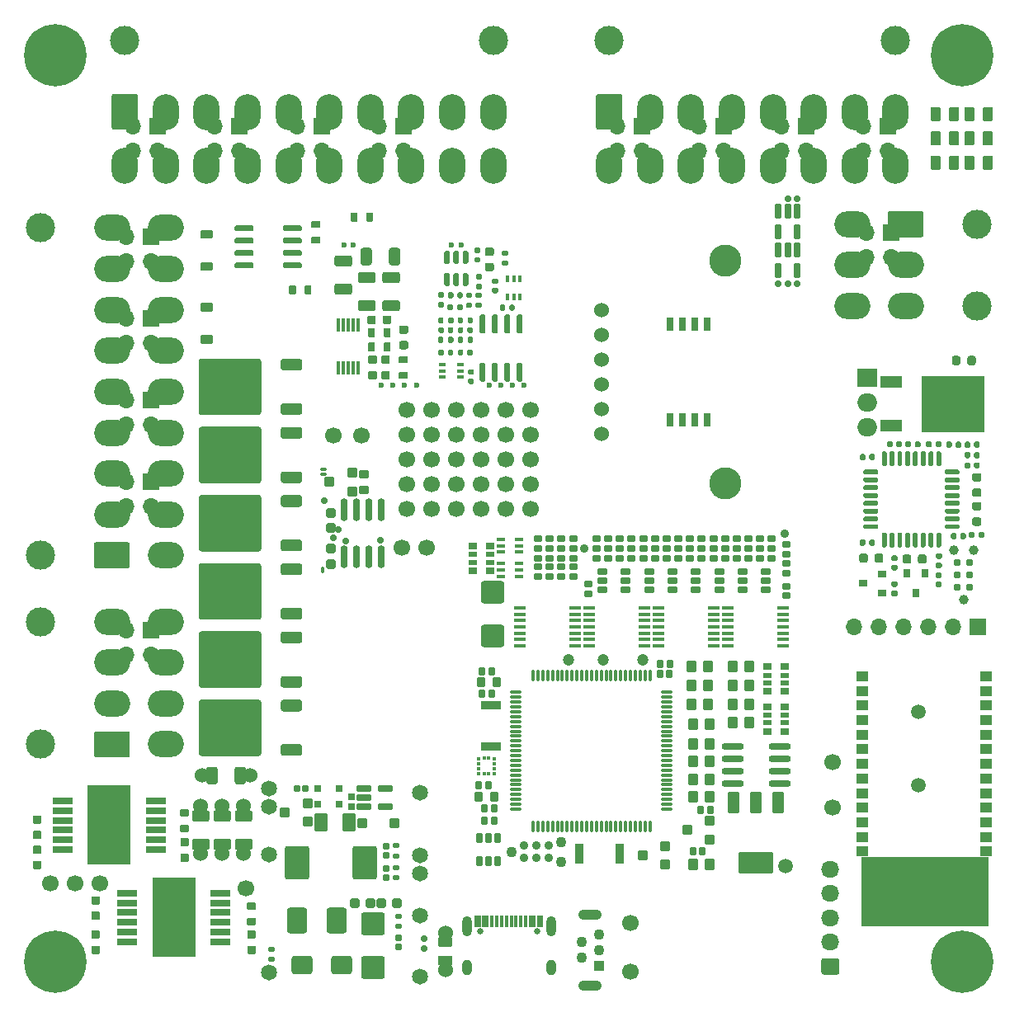
<source format=gts>
G75*
G70*
%OFA0B0*%
%FSLAX25Y25*%
%IPPOS*%
%LPD*%
%AMOC8*
5,1,8,0,0,1.08239X$1,22.5*
%
%AMM118*
21,1,0.027170,0.052760,0.000000,-0.000000,180.000000*
21,1,0.017320,0.062600,0.000000,-0.000000,180.000000*
1,1,0.009840,-0.008660,0.026380*
1,1,0.009840,0.008660,0.026380*
1,1,0.009840,0.008660,-0.026380*
1,1,0.009840,-0.008660,-0.026380*
%
%AMM14*
21,1,0.092130,0.073230,0.000000,0.000000,270.000000*
21,1,0.069290,0.096060,0.000000,0.000000,270.000000*
1,1,0.022840,-0.036610,-0.034650*
1,1,0.022840,-0.036610,0.034650*
1,1,0.022840,0.036610,0.034650*
1,1,0.022840,0.036610,-0.034650*
%
%AMM15*
21,1,0.100000,0.111020,0.000000,0.000000,0.000000*
21,1,0.075590,0.135430,0.000000,0.000000,0.000000*
1,1,0.024410,0.037800,-0.055510*
1,1,0.024410,-0.037800,-0.055510*
1,1,0.024410,-0.037800,0.055510*
1,1,0.024410,0.037800,0.055510*
%
%AMM16*
21,1,0.080320,0.083460,0.000000,0.000000,0.000000*
21,1,0.059840,0.103940,0.000000,0.000000,0.000000*
1,1,0.020470,0.029920,-0.041730*
1,1,0.020470,-0.029920,-0.041730*
1,1,0.020470,-0.029920,0.041730*
1,1,0.020470,0.029920,0.041730*
%
%AMM17*
21,1,0.084250,0.053540,0.000000,0.000000,180.000000*
21,1,0.065350,0.072440,0.000000,0.000000,180.000000*
1,1,0.018900,-0.032680,0.026770*
1,1,0.018900,0.032680,0.026770*
1,1,0.018900,0.032680,-0.026770*
1,1,0.018900,-0.032680,-0.026770*
%
%AMM18*
21,1,0.040950,0.030320,0.000000,0.000000,90.000000*
21,1,0.028350,0.042910,0.000000,0.000000,90.000000*
1,1,0.012600,0.015160,0.014170*
1,1,0.012600,0.015160,-0.014170*
1,1,0.012600,-0.015160,-0.014170*
1,1,0.012600,-0.015160,0.014170*
%
%AMM19*
21,1,0.027170,0.052760,0.000000,0.000000,270.000000*
21,1,0.017320,0.062600,0.000000,0.000000,270.000000*
1,1,0.009840,-0.026380,-0.008660*
1,1,0.009840,-0.026380,0.008660*
1,1,0.009840,0.026380,0.008660*
1,1,0.009840,0.026380,-0.008660*
%
%AMM20*
21,1,0.041340,0.026770,0.000000,0.000000,0.000000*
21,1,0.029130,0.038980,0.000000,0.000000,0.000000*
1,1,0.012210,0.014570,-0.013390*
1,1,0.012210,-0.014570,-0.013390*
1,1,0.012210,-0.014570,0.013390*
1,1,0.012210,0.014570,0.013390*
%
%AMM201*
21,1,0.029530,0.026380,-0.000000,-0.000000,90.000000*
21,1,0.020470,0.035430,-0.000000,-0.000000,90.000000*
1,1,0.009060,0.013190,0.010240*
1,1,0.009060,0.013190,-0.010240*
1,1,0.009060,-0.013190,-0.010240*
1,1,0.009060,-0.013190,0.010240*
%
%AMM202*
21,1,0.021650,0.027950,-0.000000,-0.000000,90.000000*
21,1,0.014170,0.035430,-0.000000,-0.000000,90.000000*
1,1,0.007480,0.013980,0.007090*
1,1,0.007480,0.013980,-0.007090*
1,1,0.007480,-0.013980,-0.007090*
1,1,0.007480,-0.013980,0.007090*
%
%AMM203*
21,1,0.016540,0.028980,-0.000000,-0.000000,270.000000*
21,1,0.010080,0.035430,-0.000000,-0.000000,270.000000*
1,1,0.006460,-0.014490,-0.005040*
1,1,0.006460,-0.014490,0.005040*
1,1,0.006460,0.014490,0.005040*
1,1,0.006460,0.014490,-0.005040*
%
%AMM204*
21,1,0.027560,0.030710,-0.000000,-0.000000,0.000000*
21,1,0.018900,0.039370,-0.000000,-0.000000,0.000000*
1,1,0.008660,0.009450,-0.015350*
1,1,0.008660,-0.009450,-0.015350*
1,1,0.008660,-0.009450,0.015350*
1,1,0.008660,0.009450,0.015350*
%
%AMM205*
21,1,0.031500,0.018900,-0.000000,-0.000000,270.000000*
21,1,0.022840,0.027560,-0.000000,-0.000000,270.000000*
1,1,0.008660,-0.009450,-0.011420*
1,1,0.008660,-0.009450,0.011420*
1,1,0.008660,0.009450,0.011420*
1,1,0.008660,0.009450,-0.011420*
%
%AMM206*
21,1,0.035430,0.072440,-0.000000,-0.000000,270.000000*
21,1,0.025200,0.082680,-0.000000,-0.000000,270.000000*
1,1,0.010240,-0.036220,-0.012600*
1,1,0.010240,-0.036220,0.012600*
1,1,0.010240,0.036220,0.012600*
1,1,0.010240,0.036220,-0.012600*
%
%AMM207*
21,1,0.031500,0.018900,-0.000000,-0.000000,0.000000*
21,1,0.022840,0.027560,-0.000000,-0.000000,0.000000*
1,1,0.008660,0.011420,-0.009450*
1,1,0.008660,-0.011420,-0.009450*
1,1,0.008660,-0.011420,0.009450*
1,1,0.008660,0.011420,0.009450*
%
%AMM208*
21,1,0.027560,0.030710,-0.000000,-0.000000,90.000000*
21,1,0.018900,0.039370,-0.000000,-0.000000,90.000000*
1,1,0.008660,0.015350,0.009450*
1,1,0.008660,0.015350,-0.009450*
1,1,0.008660,-0.015350,-0.009450*
1,1,0.008660,-0.015350,0.009450*
%
%AMM209*
21,1,0.039370,0.030320,-0.000000,-0.000000,90.000000*
21,1,0.028350,0.041340,-0.000000,-0.000000,90.000000*
1,1,0.011020,0.015160,0.014170*
1,1,0.011020,0.015160,-0.014170*
1,1,0.011020,-0.015160,-0.014170*
1,1,0.011020,-0.015160,0.014170*
%
%AMM21*
21,1,0.076380,0.036220,0.000000,0.000000,90.000000*
21,1,0.061810,0.050790,0.000000,0.000000,90.000000*
1,1,0.014570,0.018110,0.030910*
1,1,0.014570,0.018110,-0.030910*
1,1,0.014570,-0.018110,-0.030910*
1,1,0.014570,-0.018110,0.030910*
%
%AMM210*
21,1,0.047240,0.075980,-0.000000,-0.000000,180.000000*
21,1,0.034650,0.088580,-0.000000,-0.000000,180.000000*
1,1,0.012600,-0.017320,0.037990*
1,1,0.012600,0.017320,0.037990*
1,1,0.012600,0.017320,-0.037990*
1,1,0.012600,-0.017320,-0.037990*
%
%AMM211*
21,1,0.043310,0.035430,-0.000000,-0.000000,180.000000*
21,1,0.031500,0.047240,-0.000000,-0.000000,180.000000*
1,1,0.011810,-0.015750,0.017720*
1,1,0.011810,0.015750,0.017720*
1,1,0.011810,0.015750,-0.017720*
1,1,0.011810,-0.015750,-0.017720*
%
%AMM212*
21,1,0.031500,0.030710,-0.000000,-0.000000,180.000000*
21,1,0.022050,0.040160,-0.000000,-0.000000,180.000000*
1,1,0.009450,-0.011020,0.015350*
1,1,0.009450,0.011020,0.015350*
1,1,0.009450,0.011020,-0.015350*
1,1,0.009450,-0.011020,-0.015350*
%
%AMM213*
21,1,0.035430,0.072440,-0.000000,-0.000000,180.000000*
21,1,0.025200,0.082680,-0.000000,-0.000000,180.000000*
1,1,0.010240,-0.012600,0.036220*
1,1,0.010240,0.012600,0.036220*
1,1,0.010240,0.012600,-0.036220*
1,1,0.010240,-0.012600,-0.036220*
%
%AMM214*
21,1,0.141730,0.067720,-0.000000,-0.000000,180.000000*
21,1,0.120870,0.088580,-0.000000,-0.000000,180.000000*
1,1,0.020870,-0.060430,0.033860*
1,1,0.020870,0.060430,0.033860*
1,1,0.020870,0.060430,-0.033860*
1,1,0.020870,-0.060430,-0.033860*
%
%AMM215*
21,1,0.047240,0.075990,-0.000000,-0.000000,180.000000*
21,1,0.034650,0.088580,-0.000000,-0.000000,180.000000*
1,1,0.012600,-0.017320,0.037990*
1,1,0.012600,0.017320,0.037990*
1,1,0.012600,0.017320,-0.037990*
1,1,0.012600,-0.017320,-0.037990*
%
%AMM216*
21,1,0.090550,0.073230,-0.000000,-0.000000,270.000000*
21,1,0.069290,0.094490,-0.000000,-0.000000,270.000000*
1,1,0.021260,-0.036610,-0.034650*
1,1,0.021260,-0.036610,0.034650*
1,1,0.021260,0.036610,0.034650*
1,1,0.021260,0.036610,-0.034650*
%
%AMM22*
21,1,0.038980,0.026770,0.000000,0.000000,0.000000*
21,1,0.026770,0.038980,0.000000,0.000000,0.000000*
1,1,0.012210,0.013390,-0.013390*
1,1,0.012210,-0.013390,-0.013390*
1,1,0.012210,-0.013390,0.013390*
1,1,0.012210,0.013390,0.013390*
%
%AMM23*
21,1,0.021260,0.016540,0.000000,0.000000,270.000000*
21,1,0.012600,0.025200,0.000000,0.000000,270.000000*
1,1,0.008660,-0.008270,-0.006300*
1,1,0.008660,-0.008270,0.006300*
1,1,0.008660,0.008270,0.006300*
1,1,0.008660,0.008270,-0.006300*
%
%AMM24*
21,1,0.029130,0.018900,0.000000,0.000000,90.000000*
21,1,0.018900,0.029130,0.000000,0.000000,90.000000*
1,1,0.010240,0.009450,0.009450*
1,1,0.010240,0.009450,-0.009450*
1,1,0.010240,-0.009450,-0.009450*
1,1,0.010240,-0.009450,0.009450*
%
%AMM25*
21,1,0.025200,0.019680,0.000000,0.000000,0.000000*
21,1,0.015750,0.029130,0.000000,0.000000,0.000000*
1,1,0.009450,0.007870,-0.009840*
1,1,0.009450,-0.007870,-0.009840*
1,1,0.009450,-0.007870,0.009840*
1,1,0.009450,0.007870,0.009840*
%
%AMM254*
21,1,0.040950,0.030320,0.000000,-0.000000,90.000000*
21,1,0.028350,0.042910,0.000000,-0.000000,90.000000*
1,1,0.012600,0.015160,0.014170*
1,1,0.012600,0.015160,-0.014170*
1,1,0.012600,-0.015160,-0.014170*
1,1,0.012600,-0.015160,0.014170*
%
%AMM255*
21,1,0.038980,0.026770,0.000000,-0.000000,270.000000*
21,1,0.026770,0.038980,0.000000,-0.000000,270.000000*
1,1,0.012210,-0.013390,-0.013390*
1,1,0.012210,-0.013390,0.013390*
1,1,0.012210,0.013390,0.013390*
1,1,0.012210,0.013390,-0.013390*
%
%AMM256*
21,1,0.033070,0.030710,0.000000,-0.000000,90.000000*
21,1,0.022050,0.041730,0.000000,-0.000000,90.000000*
1,1,0.011020,0.015350,0.011020*
1,1,0.011020,0.015350,-0.011020*
1,1,0.011020,-0.015350,-0.011020*
1,1,0.011020,-0.015350,0.011020*
%
%AMM26*
21,1,0.025200,0.019680,0.000000,0.000000,270.000000*
21,1,0.015750,0.029130,0.000000,0.000000,270.000000*
1,1,0.009450,-0.009840,-0.007870*
1,1,0.009450,-0.009840,0.007870*
1,1,0.009450,0.009840,0.007870*
1,1,0.009450,0.009840,-0.007870*
%
%ADD11R,0.06693X0.06693*%
%ADD118M14*%
%ADD119M15*%
%ADD12O,0.06693X0.06693*%
%ADD120M16*%
%ADD121M17*%
%ADD122M18*%
%ADD123M19*%
%ADD124M20*%
%ADD125M21*%
%ADD126M22*%
%ADD127M23*%
%ADD128M24*%
%ADD129M25*%
%ADD13O,0.10630X0.14567*%
%ADD130M26*%
%ADD131C,0.02913*%
%ADD132C,0.06457*%
%ADD14C,0.06693*%
%ADD156R,0.02559X0.01575*%
%ADD157R,0.01575X0.02559*%
%ADD16C,0.11811*%
%ADD160R,0.03543X0.03150*%
%ADD162C,0.05118*%
%ADD164R,0.03150X0.03543*%
%ADD172C,0.03100*%
%ADD175C,0.03900*%
%ADD209O,0.05118X0.01260*%
%ADD210O,0.01260X0.05118*%
%ADD211O,0.04724X0.01575*%
%ADD212C,0.03494*%
%ADD215R,0.01772X0.01378*%
%ADD216R,0.01378X0.01772*%
%ADD221O,0.09055X0.02756*%
%ADD228C,0.03543*%
%ADD230C,0.04724*%
%ADD231C,0.04294*%
%ADD24C,0.03150*%
%ADD25C,0.25197*%
%ADD26C,0.06000*%
%ADD27O,0.07283X0.06693*%
%ADD275O,0.02520X0.01535*%
%ADD276O,0.01535X0.02520*%
%ADD28C,0.02362*%
%ADD301M118*%
%ADD310R,0.01181X0.05512*%
%ADD311R,0.08661X0.04724*%
%ADD312R,0.25197X0.22835*%
%ADD313R,0.07874X0.07500*%
%ADD314O,0.07874X0.07500*%
%ADD34R,0.04331X0.04331*%
%ADD35C,0.04331*%
%ADD36O,0.09449X0.04331*%
%ADD39C,0.05906*%
%ADD412M201*%
%ADD413M202*%
%ADD414M203*%
%ADD415M204*%
%ADD416M205*%
%ADD417M206*%
%ADD418M207*%
%ADD419M208*%
%ADD420M209*%
%ADD421M210*%
%ADD422M211*%
%ADD423M212*%
%ADD424M213*%
%ADD425M214*%
%ADD426M215*%
%ADD427M216*%
%ADD456O,0.02913X0.09213*%
%ADD466M254*%
%ADD467M255*%
%ADD468M256*%
%ADD52O,0.00984X0.01969*%
%ADD54O,0.01969X0.00984*%
%ADD55O,0.14567X0.10630*%
%ADD56R,0.05118X0.03937*%
%ADD57R,0.07874X0.02559*%
%ADD58R,0.17717X0.31890*%
%ADD71R,0.01181X0.04528*%
%ADD72O,0.03937X0.08268*%
%ADD73O,0.03937X0.06299*%
%ADD74C,0.13000*%
%ADD75R,0.02717X0.05315*%
%ADD81C,0.00472*%
%ADD82C,0.02559*%
X0000000Y0000000D02*
%LPD*%
G01*
D81*
X0390354Y0028445D02*
X0339173Y0028445D01*
X0339173Y0056004D01*
X0390354Y0056004D01*
X0390354Y0028445D01*
G36*
X0390354Y0028445D02*
G01*
X0339173Y0028445D01*
X0339173Y0056004D01*
X0390354Y0056004D01*
X0390354Y0028445D01*
G37*
G36*
G01*
X0380906Y0334154D02*
X0380906Y0339075D01*
G75*
G02*
X0381299Y0339469I0000394J0000000D01*
G01*
X0384449Y0339469D01*
G75*
G02*
X0384843Y0339075I0000000J-000394D01*
G01*
X0384843Y0334154D01*
G75*
G02*
X0384449Y0333760I-000394J0000000D01*
G01*
X0381299Y0333760D01*
G75*
G02*
X0380906Y0334154I0000000J0000394D01*
G01*
G37*
G36*
G01*
X0388386Y0334154D02*
X0388386Y0339075D01*
G75*
G02*
X0388780Y0339469I0000394J0000000D01*
G01*
X0391929Y0339469D01*
G75*
G02*
X0392323Y0339075I0000000J-000394D01*
G01*
X0392323Y0334154D01*
G75*
G02*
X0391929Y0333760I-000394J0000000D01*
G01*
X0388780Y0333760D01*
G75*
G02*
X0388386Y0334154I0000000J0000394D01*
G01*
G37*
G36*
G01*
X0113287Y0295709D02*
X0113287Y0294528D01*
G75*
G02*
X0112697Y0293937I-000591J0000000D01*
G01*
X0106201Y0293937D01*
G75*
G02*
X0105610Y0294528I0000000J0000591D01*
G01*
X0105610Y0295709D01*
G75*
G02*
X0106201Y0296299I0000591J0000000D01*
G01*
X0112697Y0296299D01*
G75*
G02*
X0113287Y0295709I0000000J-000591D01*
G01*
G37*
G36*
G01*
X0113287Y0300709D02*
X0113287Y0299528D01*
G75*
G02*
X0112697Y0298937I-000591J0000000D01*
G01*
X0106201Y0298937D01*
G75*
G02*
X0105610Y0299528I0000000J0000591D01*
G01*
X0105610Y0300709D01*
G75*
G02*
X0106201Y0301299I0000591J0000000D01*
G01*
X0112697Y0301299D01*
G75*
G02*
X0113287Y0300709I0000000J-000591D01*
G01*
G37*
G36*
G01*
X0113287Y0305709D02*
X0113287Y0304528D01*
G75*
G02*
X0112697Y0303937I-000591J0000000D01*
G01*
X0106201Y0303937D01*
G75*
G02*
X0105610Y0304528I0000000J0000591D01*
G01*
X0105610Y0305709D01*
G75*
G02*
X0106201Y0306299I0000591J0000000D01*
G01*
X0112697Y0306299D01*
G75*
G02*
X0113287Y0305709I0000000J-000591D01*
G01*
G37*
G36*
G01*
X0113287Y0310709D02*
X0113287Y0309528D01*
G75*
G02*
X0112697Y0308937I-000591J0000000D01*
G01*
X0106201Y0308937D01*
G75*
G02*
X0105610Y0309528I0000000J0000591D01*
G01*
X0105610Y0310709D01*
G75*
G02*
X0106201Y0311299I0000591J0000000D01*
G01*
X0112697Y0311299D01*
G75*
G02*
X0113287Y0310709I0000000J-000591D01*
G01*
G37*
G36*
G01*
X0093799Y0310709D02*
X0093799Y0309528D01*
G75*
G02*
X0093209Y0308937I-000591J0000000D01*
G01*
X0086713Y0308937D01*
G75*
G02*
X0086122Y0309528I0000000J0000591D01*
G01*
X0086122Y0310709D01*
G75*
G02*
X0086713Y0311299I0000591J0000000D01*
G01*
X0093209Y0311299D01*
G75*
G02*
X0093799Y0310709I0000000J-000591D01*
G01*
G37*
G36*
G01*
X0093799Y0305709D02*
X0093799Y0304528D01*
G75*
G02*
X0093209Y0303937I-000591J0000000D01*
G01*
X0086713Y0303937D01*
G75*
G02*
X0086122Y0304528I0000000J0000591D01*
G01*
X0086122Y0305709D01*
G75*
G02*
X0086713Y0306299I0000591J0000000D01*
G01*
X0093209Y0306299D01*
G75*
G02*
X0093799Y0305709I0000000J-000591D01*
G01*
G37*
G36*
G01*
X0093799Y0300709D02*
X0093799Y0299528D01*
G75*
G02*
X0093209Y0298937I-000591J0000000D01*
G01*
X0086713Y0298937D01*
G75*
G02*
X0086122Y0299528I0000000J0000591D01*
G01*
X0086122Y0300709D01*
G75*
G02*
X0086713Y0301299I0000591J0000000D01*
G01*
X0093209Y0301299D01*
G75*
G02*
X0093799Y0300709I0000000J-000591D01*
G01*
G37*
G36*
G01*
X0093799Y0295709D02*
X0093799Y0294528D01*
G75*
G02*
X0093209Y0293937I-000591J0000000D01*
G01*
X0086713Y0293937D01*
G75*
G02*
X0086122Y0294528I0000000J0000591D01*
G01*
X0086122Y0295709D01*
G75*
G02*
X0086713Y0296299I0000591J0000000D01*
G01*
X0093209Y0296299D01*
G75*
G02*
X0093799Y0295709I0000000J-000591D01*
G01*
G37*
G36*
G01*
X0028583Y0040217D02*
X0031260Y0040217D01*
G75*
G02*
X0031594Y0039882I0000000J-000335D01*
G01*
X0031594Y0037205D01*
G75*
G02*
X0031260Y0036870I-000335J0000000D01*
G01*
X0028583Y0036870D01*
G75*
G02*
X0028248Y0037205I0000000J0000335D01*
G01*
X0028248Y0039882D01*
G75*
G02*
X0028583Y0040217I0000335J0000000D01*
G01*
G37*
G36*
G01*
X0028583Y0033996D02*
X0031260Y0033996D01*
G75*
G02*
X0031594Y0033661I0000000J-000335D01*
G01*
X0031594Y0030984D01*
G75*
G02*
X0031260Y0030650I-000335J0000000D01*
G01*
X0028583Y0030650D01*
G75*
G02*
X0028248Y0030984I0000000J0000335D01*
G01*
X0028248Y0033661D01*
G75*
G02*
X0028583Y0033996I0000335J0000000D01*
G01*
G37*
G36*
G01*
X0380906Y0343996D02*
X0380906Y0348917D01*
G75*
G02*
X0381299Y0349311I0000394J0000000D01*
G01*
X0384449Y0349311D01*
G75*
G02*
X0384843Y0348917I0000000J-000394D01*
G01*
X0384843Y0343996D01*
G75*
G02*
X0384449Y0343602I-000394J0000000D01*
G01*
X0381299Y0343602D01*
G75*
G02*
X0380906Y0343996I0000000J0000394D01*
G01*
G37*
G36*
G01*
X0388386Y0343996D02*
X0388386Y0348917D01*
G75*
G02*
X0388780Y0349311I0000394J0000000D01*
G01*
X0391929Y0349311D01*
G75*
G02*
X0392323Y0348917I0000000J-000394D01*
G01*
X0392323Y0343996D01*
G75*
G02*
X0391929Y0343602I-000394J0000000D01*
G01*
X0388780Y0343602D01*
G75*
G02*
X0388386Y0343996I0000000J0000394D01*
G01*
G37*
G36*
G01*
X0113386Y0155787D02*
X0113386Y0153031D01*
G75*
G02*
X0112402Y0152047I-000984J0000000D01*
G01*
X0105709Y0152047D01*
G75*
G02*
X0104724Y0153031I0000000J0000984D01*
G01*
X0104724Y0155787D01*
G75*
G02*
X0105709Y0156772I0000984J0000000D01*
G01*
X0112402Y0156772D01*
G75*
G02*
X0113386Y0155787I0000000J-000984D01*
G01*
G37*
G36*
G01*
X0096850Y0173819D02*
X0096850Y0152953D01*
G75*
G02*
X0095866Y0151969I-000984J0000000D01*
G01*
X0072638Y0151969D01*
G75*
G02*
X0071654Y0152953I0000000J0000984D01*
G01*
X0071654Y0173819D01*
G75*
G02*
X0072638Y0174803I0000984J0000000D01*
G01*
X0095866Y0174803D01*
G75*
G02*
X0096850Y0173819I0000000J-000984D01*
G01*
G37*
G36*
G01*
X0113386Y0173740D02*
X0113386Y0170984D01*
G75*
G02*
X0112402Y0170000I-000984J0000000D01*
G01*
X0105709Y0170000D01*
G75*
G02*
X0104724Y0170984I0000000J0000984D01*
G01*
X0104724Y0173740D01*
G75*
G02*
X0105709Y0174724I0000984J0000000D01*
G01*
X0112402Y0174724D01*
G75*
G02*
X0113386Y0173740I0000000J-000984D01*
G01*
G37*
D11*
X0052421Y0207677D03*
D12*
X0042421Y0207677D03*
X0052421Y0197677D03*
X0042421Y0197677D03*
D16*
X0237402Y0385925D03*
X0353150Y0385925D03*
G36*
G01*
X0232087Y0350886D02*
X0232087Y0363484D01*
G75*
G02*
X0233071Y0364469I0000984J0000000D01*
G01*
X0241732Y0364469D01*
G75*
G02*
X0242717Y0363484I0000000J-000984D01*
G01*
X0242717Y0350886D01*
G75*
G02*
X0241732Y0349902I-000984J0000000D01*
G01*
X0233071Y0349902D01*
G75*
G02*
X0232087Y0350886I0000000J0000984D01*
G01*
G37*
D13*
X0253937Y0357185D03*
X0270472Y0357185D03*
X0287008Y0357185D03*
X0303543Y0357185D03*
X0320079Y0357185D03*
X0336614Y0357185D03*
X0353150Y0357185D03*
X0237402Y0335531D03*
X0253937Y0335531D03*
X0270472Y0335531D03*
X0287008Y0335531D03*
X0303543Y0335531D03*
X0320079Y0335531D03*
X0336614Y0335531D03*
X0353150Y0335531D03*
D14*
X0327559Y0075984D03*
D11*
X0052421Y0240748D03*
D12*
X0042421Y0240748D03*
X0052421Y0230748D03*
X0042421Y0230748D03*
D14*
X0163780Y0181102D03*
D16*
X0041732Y0385925D03*
X0190551Y0385925D03*
G36*
G01*
X0036417Y0350886D02*
X0036417Y0363484D01*
G75*
G02*
X0037402Y0364469I0000984J0000000D01*
G01*
X0046063Y0364469D01*
G75*
G02*
X0047047Y0363484I0000000J-000984D01*
G01*
X0047047Y0350886D01*
G75*
G02*
X0046063Y0349902I-000984J0000000D01*
G01*
X0037402Y0349902D01*
G75*
G02*
X0036417Y0350886I0000000J0000984D01*
G01*
G37*
D13*
X0058268Y0357185D03*
X0074803Y0357185D03*
X0091339Y0357185D03*
X0107874Y0357185D03*
X0124409Y0357185D03*
X0140945Y0357185D03*
X0157480Y0357185D03*
X0174016Y0357185D03*
X0190551Y0357185D03*
X0041732Y0335531D03*
X0058268Y0335531D03*
X0074803Y0335531D03*
X0091339Y0335531D03*
X0107874Y0335531D03*
X0124409Y0335531D03*
X0140945Y0335531D03*
X0157480Y0335531D03*
X0174016Y0335531D03*
X0190551Y0335531D03*
G36*
G01*
X0113386Y0238465D02*
X0113386Y0235709D01*
G75*
G02*
X0112402Y0234724I-000984J0000000D01*
G01*
X0105709Y0234724D01*
G75*
G02*
X0104724Y0235709I0000000J0000984D01*
G01*
X0104724Y0238465D01*
G75*
G02*
X0105709Y0239449I0000984J0000000D01*
G01*
X0112402Y0239449D01*
G75*
G02*
X0113386Y0238465I0000000J-000984D01*
G01*
G37*
G36*
G01*
X0096850Y0256496D02*
X0096850Y0235630D01*
G75*
G02*
X0095866Y0234646I-000984J0000000D01*
G01*
X0072638Y0234646D01*
G75*
G02*
X0071654Y0235630I0000000J0000984D01*
G01*
X0071654Y0256496D01*
G75*
G02*
X0072638Y0257480I0000984J0000000D01*
G01*
X0095866Y0257480D01*
G75*
G02*
X0096850Y0256496I0000000J-000984D01*
G01*
G37*
G36*
G01*
X0113386Y0256417D02*
X0113386Y0253661D01*
G75*
G02*
X0112402Y0252677I-000984J0000000D01*
G01*
X0105709Y0252677D01*
G75*
G02*
X0104724Y0253661I0000000J0000984D01*
G01*
X0104724Y0256417D01*
G75*
G02*
X0105709Y0257402I0000984J0000000D01*
G01*
X0112402Y0257402D01*
G75*
G02*
X0113386Y0256417I0000000J-000984D01*
G01*
G37*
G36*
G01*
X0113386Y0210906D02*
X0113386Y0208150D01*
G75*
G02*
X0112402Y0207165I-000984J0000000D01*
G01*
X0105709Y0207165D01*
G75*
G02*
X0104724Y0208150I0000000J0000984D01*
G01*
X0104724Y0210906D01*
G75*
G02*
X0105709Y0211890I0000984J0000000D01*
G01*
X0112402Y0211890D01*
G75*
G02*
X0113386Y0210906I0000000J-000984D01*
G01*
G37*
G36*
G01*
X0096850Y0228937D02*
X0096850Y0208071D01*
G75*
G02*
X0095866Y0207087I-000984J0000000D01*
G01*
X0072638Y0207087D01*
G75*
G02*
X0071654Y0208071I0000000J0000984D01*
G01*
X0071654Y0228937D01*
G75*
G02*
X0072638Y0229921I0000984J0000000D01*
G01*
X0095866Y0229921D01*
G75*
G02*
X0096850Y0228937I0000000J-000984D01*
G01*
G37*
G36*
G01*
X0113386Y0228858D02*
X0113386Y0226102D01*
G75*
G02*
X0112402Y0225118I-000984J0000000D01*
G01*
X0105709Y0225118D01*
G75*
G02*
X0104724Y0226102I0000000J0000984D01*
G01*
X0104724Y0228858D01*
G75*
G02*
X0105709Y0229843I0000984J0000000D01*
G01*
X0112402Y0229843D01*
G75*
G02*
X0113386Y0228858I0000000J-000984D01*
G01*
G37*
D11*
X0154291Y0351280D03*
D12*
X0144291Y0351280D03*
X0154291Y0341280D03*
X0144291Y0341280D03*
D14*
X0125984Y0226378D03*
G36*
G01*
X0091575Y0026437D02*
X0094252Y0026437D01*
G75*
G02*
X0094587Y0026102I0000000J-000335D01*
G01*
X0094587Y0023425D01*
G75*
G02*
X0094252Y0023091I-000335J0000000D01*
G01*
X0091575Y0023091D01*
G75*
G02*
X0091240Y0023425I0000000J0000335D01*
G01*
X0091240Y0026102D01*
G75*
G02*
X0091575Y0026437I0000335J0000000D01*
G01*
G37*
G36*
G01*
X0091575Y0020217D02*
X0094252Y0020217D01*
G75*
G02*
X0094587Y0019882I0000000J-000335D01*
G01*
X0094587Y0017205D01*
G75*
G02*
X0094252Y0016870I-000335J0000000D01*
G01*
X0091575Y0016870D01*
G75*
G02*
X0091240Y0017205I0000000J0000335D01*
G01*
X0091240Y0019882D01*
G75*
G02*
X0091575Y0020217I0000335J0000000D01*
G01*
G37*
G36*
G01*
X0142057Y0316201D02*
X0142057Y0313130D01*
G75*
G02*
X0141781Y0312854I-000276J0000000D01*
G01*
X0139577Y0312854D01*
G75*
G02*
X0139301Y0313130I0000000J0000276D01*
G01*
X0139301Y0316201D01*
G75*
G02*
X0139577Y0316476I0000276J0000000D01*
G01*
X0141781Y0316476D01*
G75*
G02*
X0142057Y0316201I0000000J-000276D01*
G01*
G37*
G36*
G01*
X0135758Y0316201D02*
X0135758Y0313130D01*
G75*
G02*
X0135482Y0312854I-000276J0000000D01*
G01*
X0133278Y0312854D01*
G75*
G02*
X0133002Y0313130I0000000J0000276D01*
G01*
X0133002Y0316201D01*
G75*
G02*
X0133278Y0316476I0000276J0000000D01*
G01*
X0135482Y0316476D01*
G75*
G02*
X0135758Y0316201I0000000J-000276D01*
G01*
G37*
X0137402Y0226378D03*
G36*
G01*
X0064508Y0063681D02*
X0067185Y0063681D01*
G75*
G02*
X0067520Y0063346I0000000J-000335D01*
G01*
X0067520Y0060669D01*
G75*
G02*
X0067185Y0060335I-000335J0000000D01*
G01*
X0064508Y0060335D01*
G75*
G02*
X0064173Y0060669I0000000J0000335D01*
G01*
X0064173Y0063346D01*
G75*
G02*
X0064508Y0063681I0000335J0000000D01*
G01*
G37*
G36*
G01*
X0064508Y0057461D02*
X0067185Y0057461D01*
G75*
G02*
X0067520Y0057126I0000000J-000335D01*
G01*
X0067520Y0054449D01*
G75*
G02*
X0067185Y0054114I-000335J0000000D01*
G01*
X0064508Y0054114D01*
G75*
G02*
X0064173Y0054449I0000000J0000335D01*
G01*
X0064173Y0057126D01*
G75*
G02*
X0064508Y0057461I0000335J0000000D01*
G01*
G37*
X0021811Y0045276D03*
D24*
X0004331Y0379921D03*
X0007098Y0386603D03*
X0007098Y0373240D03*
X0013780Y0389370D03*
D25*
X0013780Y0379921D03*
D24*
X0013780Y0370472D03*
X0020461Y0386603D03*
X0020461Y0373240D03*
X0023228Y0379921D03*
X0370472Y0379921D03*
X0373240Y0386603D03*
X0373240Y0373240D03*
X0379921Y0389370D03*
D25*
X0379921Y0379921D03*
D24*
X0379921Y0370472D03*
X0386603Y0386603D03*
X0386603Y0373240D03*
X0389370Y0379921D03*
D26*
X0072441Y0076575D03*
G36*
G01*
X0068898Y0071280D02*
X0068898Y0073996D01*
G75*
G02*
X0069803Y0074902I0000906J0000000D01*
G01*
X0075079Y0074902D01*
G75*
G02*
X0075984Y0073996I0000000J-000906D01*
G01*
X0075984Y0071280D01*
G75*
G02*
X0075079Y0070374I-000906J0000000D01*
G01*
X0069803Y0070374D01*
G75*
G02*
X0068898Y0071280I0000000J0000906D01*
G01*
G37*
G36*
G01*
X0068898Y0059862D02*
X0068898Y0062579D01*
G75*
G02*
X0069803Y0063484I0000906J0000000D01*
G01*
X0075079Y0063484D01*
G75*
G02*
X0075984Y0062579I0000000J-000906D01*
G01*
X0075984Y0059862D01*
G75*
G02*
X0075079Y0058957I-000906J0000000D01*
G01*
X0069803Y0058957D01*
G75*
G02*
X0068898Y0059862I0000000J0000906D01*
G01*
G37*
X0072441Y0057283D03*
G36*
G01*
X0367323Y0334154D02*
X0367323Y0339075D01*
G75*
G02*
X0367717Y0339469I0000394J0000000D01*
G01*
X0370866Y0339469D01*
G75*
G02*
X0371260Y0339075I0000000J-000394D01*
G01*
X0371260Y0334154D01*
G75*
G02*
X0370866Y0333760I-000394J0000000D01*
G01*
X0367717Y0333760D01*
G75*
G02*
X0367323Y0334154I0000000J0000394D01*
G01*
G37*
G36*
G01*
X0374803Y0334154D02*
X0374803Y0339075D01*
G75*
G02*
X0375197Y0339469I0000394J0000000D01*
G01*
X0378347Y0339469D01*
G75*
G02*
X0378740Y0339075I0000000J-000394D01*
G01*
X0378740Y0334154D01*
G75*
G02*
X0378347Y0333760I-000394J0000000D01*
G01*
X0375197Y0333760D01*
G75*
G02*
X0374803Y0334154I0000000J0000394D01*
G01*
G37*
G36*
G01*
X0004961Y0072894D02*
X0007638Y0072894D01*
G75*
G02*
X0007972Y0072559I0000000J-000335D01*
G01*
X0007972Y0069882D01*
G75*
G02*
X0007638Y0069547I-000335J0000000D01*
G01*
X0004961Y0069547D01*
G75*
G02*
X0004626Y0069882I0000000J0000335D01*
G01*
X0004626Y0072559D01*
G75*
G02*
X0004961Y0072894I0000335J0000000D01*
G01*
G37*
G36*
G01*
X0004961Y0066673D02*
X0007638Y0066673D01*
G75*
G02*
X0007972Y0066339I0000000J-000335D01*
G01*
X0007972Y0063661D01*
G75*
G02*
X0007638Y0063327I-000335J0000000D01*
G01*
X0004961Y0063327D01*
G75*
G02*
X0004626Y0063661I0000000J0000335D01*
G01*
X0004626Y0066339D01*
G75*
G02*
X0004961Y0066673I0000335J0000000D01*
G01*
G37*
G36*
G01*
X0329429Y0008465D02*
X0324114Y0008465D01*
G75*
G02*
X0323130Y0009449I0000000J0000984D01*
G01*
X0323130Y0014173D01*
G75*
G02*
X0324114Y0015157I0000984J0000000D01*
G01*
X0329429Y0015157D01*
G75*
G02*
X0330413Y0014173I0000000J-000984D01*
G01*
X0330413Y0009449D01*
G75*
G02*
X0329429Y0008465I-000984J0000000D01*
G01*
G37*
D27*
X0326772Y0021654D03*
X0326772Y0031496D03*
X0326772Y0041339D03*
X0326772Y0051181D03*
D14*
X0246063Y0029528D03*
D24*
X0004331Y0013780D03*
X0007098Y0020461D03*
X0007098Y0007098D03*
X0013780Y0023228D03*
D25*
X0013780Y0013780D03*
D24*
X0013780Y0004331D03*
X0020461Y0020461D03*
X0020461Y0007098D03*
X0023228Y0013780D03*
D28*
X0193602Y0246752D03*
X0188878Y0246752D03*
X0198327Y0246752D03*
X0203051Y0246752D03*
X0177618Y0303543D03*
X0173681Y0303543D03*
G36*
G01*
X0117126Y0286772D02*
X0117126Y0283701D01*
G75*
G02*
X0116850Y0283425I-000276J0000000D01*
G01*
X0114646Y0283425D01*
G75*
G02*
X0114370Y0283701I0000000J0000276D01*
G01*
X0114370Y0286772D01*
G75*
G02*
X0114646Y0287047I0000276J0000000D01*
G01*
X0116850Y0287047D01*
G75*
G02*
X0117126Y0286772I0000000J-000276D01*
G01*
G37*
G36*
G01*
X0110827Y0286772D02*
X0110827Y0283701D01*
G75*
G02*
X0110551Y0283425I-000276J0000000D01*
G01*
X0108346Y0283425D01*
G75*
G02*
X0108071Y0283701I0000000J0000276D01*
G01*
X0108071Y0286772D01*
G75*
G02*
X0108346Y0287047I0000276J0000000D01*
G01*
X0110551Y0287047D01*
G75*
G02*
X0110827Y0286772I0000000J-000276D01*
G01*
G37*
D14*
X0011811Y0045276D03*
D34*
X0233268Y0012205D03*
D35*
X0226378Y0015354D03*
X0233268Y0018504D03*
X0226378Y0021654D03*
X0233268Y0024803D03*
D36*
X0229823Y0004134D03*
X0229823Y0032874D03*
D26*
X0081102Y0076575D03*
G36*
G01*
X0077559Y0071280D02*
X0077559Y0073996D01*
G75*
G02*
X0078465Y0074902I0000906J0000000D01*
G01*
X0083740Y0074902D01*
G75*
G02*
X0084646Y0073996I0000000J-000906D01*
G01*
X0084646Y0071280D01*
G75*
G02*
X0083740Y0070374I-000906J0000000D01*
G01*
X0078465Y0070374D01*
G75*
G02*
X0077559Y0071280I0000000J0000906D01*
G01*
G37*
G36*
G01*
X0077559Y0059862D02*
X0077559Y0062579D01*
G75*
G02*
X0078465Y0063484I0000906J0000000D01*
G01*
X0083740Y0063484D01*
G75*
G02*
X0084646Y0062579I0000000J-000906D01*
G01*
X0084646Y0059862D01*
G75*
G02*
X0083740Y0058957I-000906J0000000D01*
G01*
X0078465Y0058957D01*
G75*
G02*
X0077559Y0059862I0000000J0000906D01*
G01*
G37*
X0081102Y0057283D03*
D28*
X0313287Y0287894D03*
X0309547Y0287894D03*
X0305807Y0287894D03*
X0309744Y0322146D03*
X0313287Y0322146D03*
G36*
G01*
X0031260Y0016870D02*
X0028583Y0016870D01*
G75*
G02*
X0028248Y0017205I0000000J0000335D01*
G01*
X0028248Y0019882D01*
G75*
G02*
X0028583Y0020217I0000335J0000000D01*
G01*
X0031260Y0020217D01*
G75*
G02*
X0031594Y0019882I0000000J-000335D01*
G01*
X0031594Y0017205D01*
G75*
G02*
X0031260Y0016870I-000335J0000000D01*
G01*
G37*
G36*
G01*
X0031260Y0023091D02*
X0028583Y0023091D01*
G75*
G02*
X0028248Y0023425I0000000J0000335D01*
G01*
X0028248Y0026102D01*
G75*
G02*
X0028583Y0026437I0000335J0000000D01*
G01*
X0031260Y0026437D01*
G75*
G02*
X0031594Y0026102I0000000J-000335D01*
G01*
X0031594Y0023425D01*
G75*
G02*
X0031260Y0023091I-000335J0000000D01*
G01*
G37*
D14*
X0090551Y0043307D03*
D39*
X0160925Y0081988D03*
X0160925Y0056791D03*
X0160925Y0049311D03*
X0160925Y0032382D03*
D28*
X0162697Y0022933D03*
X0162697Y0018996D03*
D39*
X0160925Y0007776D03*
X0099902Y0083760D03*
X0099902Y0076476D03*
X0099902Y0056988D03*
X0099902Y0009547D03*
G36*
G01*
X0113386Y0100669D02*
X0113386Y0097913D01*
G75*
G02*
X0112402Y0096929I-000984J0000000D01*
G01*
X0105709Y0096929D01*
G75*
G02*
X0104724Y0097913I0000000J0000984D01*
G01*
X0104724Y0100669D01*
G75*
G02*
X0105709Y0101654I0000984J0000000D01*
G01*
X0112402Y0101654D01*
G75*
G02*
X0113386Y0100669I0000000J-000984D01*
G01*
G37*
G36*
G01*
X0096850Y0118701D02*
X0096850Y0097835D01*
G75*
G02*
X0095866Y0096850I-000984J0000000D01*
G01*
X0072638Y0096850D01*
G75*
G02*
X0071654Y0097835I0000000J0000984D01*
G01*
X0071654Y0118701D01*
G75*
G02*
X0072638Y0119685I0000984J0000000D01*
G01*
X0095866Y0119685D01*
G75*
G02*
X0096850Y0118701I0000000J-000984D01*
G01*
G37*
G36*
G01*
X0113386Y0118622D02*
X0113386Y0115866D01*
G75*
G02*
X0112402Y0114882I-000984J0000000D01*
G01*
X0105709Y0114882D01*
G75*
G02*
X0104724Y0115866I0000000J0000984D01*
G01*
X0104724Y0118622D01*
G75*
G02*
X0105709Y0119606I0000984J0000000D01*
G01*
X0112402Y0119606D01*
G75*
G02*
X0113386Y0118622I0000000J-000984D01*
G01*
G37*
D14*
X0153780Y0181102D03*
D52*
X0121654Y0171949D03*
D54*
X0121850Y0212697D03*
X0121850Y0210728D03*
D28*
X0125984Y0184941D03*
X0128051Y0188386D03*
X0131004Y0183760D03*
X0144980Y0184055D03*
G36*
G01*
X0064311Y0075236D02*
X0067382Y0075236D01*
G75*
G02*
X0067657Y0074961I0000000J-000276D01*
G01*
X0067657Y0072756D01*
G75*
G02*
X0067382Y0072480I-000276J0000000D01*
G01*
X0064311Y0072480D01*
G75*
G02*
X0064035Y0072756I0000000J0000276D01*
G01*
X0064035Y0074961D01*
G75*
G02*
X0064311Y0075236I0000276J0000000D01*
G01*
G37*
G36*
G01*
X0064311Y0068937D02*
X0067382Y0068937D01*
G75*
G02*
X0067657Y0068661I0000000J-000276D01*
G01*
X0067657Y0066457D01*
G75*
G02*
X0067382Y0066181I-000276J0000000D01*
G01*
X0064311Y0066181D01*
G75*
G02*
X0064035Y0066457I0000000J0000276D01*
G01*
X0064035Y0068661D01*
G75*
G02*
X0064311Y0068937I0000276J0000000D01*
G01*
G37*
D11*
X0316890Y0351280D03*
D12*
X0306890Y0351280D03*
X0316890Y0341280D03*
X0306890Y0341280D03*
D16*
X0007776Y0177953D03*
X0007776Y0310236D03*
G36*
G01*
X0042815Y0172638D02*
X0030217Y0172638D01*
G75*
G02*
X0029232Y0173622I0000000J0000984D01*
G01*
X0029232Y0182283D01*
G75*
G02*
X0030217Y0183268I0000984J0000000D01*
G01*
X0042815Y0183268D01*
G75*
G02*
X0043799Y0182283I0000000J-000984D01*
G01*
X0043799Y0173622D01*
G75*
G02*
X0042815Y0172638I-000984J0000000D01*
G01*
G37*
D55*
X0036516Y0194488D03*
X0036516Y0211024D03*
X0036516Y0227559D03*
X0036516Y0244094D03*
X0036516Y0260630D03*
X0036516Y0277165D03*
X0036516Y0293701D03*
X0036516Y0310236D03*
X0058169Y0177953D03*
X0058169Y0194488D03*
X0058169Y0211024D03*
X0058169Y0227559D03*
X0058169Y0244094D03*
X0058169Y0260630D03*
X0058169Y0277165D03*
X0058169Y0293701D03*
X0058169Y0310236D03*
G36*
G01*
X0113386Y0183346D02*
X0113386Y0180591D01*
G75*
G02*
X0112402Y0179606I-000984J0000000D01*
G01*
X0105709Y0179606D01*
G75*
G02*
X0104724Y0180591I0000000J0000984D01*
G01*
X0104724Y0183346D01*
G75*
G02*
X0105709Y0184331I0000984J0000000D01*
G01*
X0112402Y0184331D01*
G75*
G02*
X0113386Y0183346I0000000J-000984D01*
G01*
G37*
G36*
G01*
X0096850Y0201378D02*
X0096850Y0180512D01*
G75*
G02*
X0095866Y0179528I-000984J0000000D01*
G01*
X0072638Y0179528D01*
G75*
G02*
X0071654Y0180512I0000000J0000984D01*
G01*
X0071654Y0201378D01*
G75*
G02*
X0072638Y0202362I0000984J0000000D01*
G01*
X0095866Y0202362D01*
G75*
G02*
X0096850Y0201378I0000000J-000984D01*
G01*
G37*
G36*
G01*
X0113386Y0201299D02*
X0113386Y0198543D01*
G75*
G02*
X0112402Y0197559I-000984J0000000D01*
G01*
X0105709Y0197559D01*
G75*
G02*
X0104724Y0198543I0000000J0000984D01*
G01*
X0104724Y0201299D01*
G75*
G02*
X0105709Y0202283I0000984J0000000D01*
G01*
X0112402Y0202283D01*
G75*
G02*
X0113386Y0201299I0000000J-000984D01*
G01*
G37*
D56*
X0389764Y0058268D03*
X0389764Y0064173D03*
X0389764Y0070079D03*
X0389764Y0075984D03*
X0389764Y0081890D03*
X0389764Y0087795D03*
X0389764Y0093701D03*
X0389764Y0099606D03*
X0389764Y0105512D03*
X0389764Y0111417D03*
X0389764Y0117323D03*
X0389764Y0123228D03*
X0389764Y0129134D03*
X0339764Y0129134D03*
X0339764Y0123228D03*
X0339764Y0117323D03*
X0339764Y0111417D03*
X0339764Y0105512D03*
X0339764Y0099606D03*
X0339764Y0093701D03*
X0339764Y0087795D03*
X0339764Y0081890D03*
X0339764Y0075984D03*
X0339764Y0070079D03*
X0339764Y0064173D03*
X0339764Y0058268D03*
D11*
X0349961Y0351280D03*
D12*
X0339961Y0351280D03*
X0349961Y0341280D03*
X0339961Y0341280D03*
D16*
X0385925Y0311811D03*
X0385925Y0278740D03*
G36*
G01*
X0350886Y0317126D02*
X0363484Y0317126D01*
G75*
G02*
X0364469Y0316142I0000000J-000984D01*
G01*
X0364469Y0307480D01*
G75*
G02*
X0363484Y0306496I-000984J0000000D01*
G01*
X0350886Y0306496D01*
G75*
G02*
X0349902Y0307480I0000000J0000984D01*
G01*
X0349902Y0316142D01*
G75*
G02*
X0350886Y0317126I0000984J0000000D01*
G01*
G37*
D55*
X0357185Y0295276D03*
X0357185Y0278740D03*
X0335531Y0311811D03*
X0335531Y0295276D03*
X0335531Y0278740D03*
G36*
G01*
X0367323Y0353839D02*
X0367323Y0358760D01*
G75*
G02*
X0367717Y0359154I0000394J0000000D01*
G01*
X0370866Y0359154D01*
G75*
G02*
X0371260Y0358760I0000000J-000394D01*
G01*
X0371260Y0353839D01*
G75*
G02*
X0370866Y0353445I-000394J0000000D01*
G01*
X0367717Y0353445D01*
G75*
G02*
X0367323Y0353839I0000000J0000394D01*
G01*
G37*
G36*
G01*
X0374803Y0353839D02*
X0374803Y0358760D01*
G75*
G02*
X0375197Y0359154I0000394J0000000D01*
G01*
X0378347Y0359154D01*
G75*
G02*
X0378740Y0358760I0000000J-000394D01*
G01*
X0378740Y0353839D01*
G75*
G02*
X0378347Y0353445I-000394J0000000D01*
G01*
X0375197Y0353445D01*
G75*
G02*
X0374803Y0353839I0000000J0000394D01*
G01*
G37*
D11*
X0121220Y0351280D03*
D12*
X0111220Y0351280D03*
X0121220Y0341280D03*
X0111220Y0341280D03*
D26*
X0089764Y0076575D03*
G36*
G01*
X0086220Y0071280D02*
X0086220Y0073996D01*
G75*
G02*
X0087126Y0074902I0000906J0000000D01*
G01*
X0092402Y0074902D01*
G75*
G02*
X0093307Y0073996I0000000J-000906D01*
G01*
X0093307Y0071280D01*
G75*
G02*
X0092402Y0070374I-000906J0000000D01*
G01*
X0087126Y0070374D01*
G75*
G02*
X0086220Y0071280I0000000J0000906D01*
G01*
G37*
G36*
G01*
X0086220Y0059862D02*
X0086220Y0062579D01*
G75*
G02*
X0087126Y0063484I0000906J0000000D01*
G01*
X0092402Y0063484D01*
G75*
G02*
X0093307Y0062579I0000000J-000906D01*
G01*
X0093307Y0059862D01*
G75*
G02*
X0092402Y0058957I-000906J0000000D01*
G01*
X0087126Y0058957D01*
G75*
G02*
X0086220Y0059862I0000000J0000906D01*
G01*
G37*
X0089764Y0057283D03*
D14*
X0155512Y0196693D03*
X0155512Y0206693D03*
X0155512Y0216693D03*
X0155512Y0226693D03*
X0155512Y0236693D03*
X0165512Y0196693D03*
X0165512Y0206693D03*
X0165512Y0216693D03*
X0165512Y0226693D03*
X0165512Y0236693D03*
X0175512Y0196693D03*
X0175512Y0206693D03*
X0175512Y0216693D03*
X0175512Y0226693D03*
X0175512Y0236693D03*
X0246063Y0009843D03*
D26*
X0171160Y0025491D03*
G36*
G01*
X0168699Y0023699D02*
X0173621Y0023699D01*
G75*
G02*
X0174014Y0023306I0000000J-000394D01*
G01*
X0174014Y0020156D01*
G75*
G02*
X0173621Y0019762I-000394J0000000D01*
G01*
X0168699Y0019762D01*
G75*
G02*
X0168306Y0020156I0000000J0000394D01*
G01*
X0168306Y0023306D01*
G75*
G02*
X0168699Y0023699I0000394J0000000D01*
G01*
G37*
G36*
G01*
X0168699Y0016219D02*
X0173621Y0016219D01*
G75*
G02*
X0174014Y0015825I0000000J-000394D01*
G01*
X0174014Y0012676D01*
G75*
G02*
X0173621Y0012282I-000394J0000000D01*
G01*
X0168699Y0012282D01*
G75*
G02*
X0168306Y0012676I0000000J0000394D01*
G01*
X0168306Y0015825D01*
G75*
G02*
X0168699Y0016219I0000394J0000000D01*
G01*
G37*
X0171160Y0010491D03*
G36*
G01*
X0117362Y0312992D02*
X0120433Y0312992D01*
G75*
G02*
X0120709Y0312717I0000000J-000276D01*
G01*
X0120709Y0310512D01*
G75*
G02*
X0120433Y0310236I-000276J0000000D01*
G01*
X0117362Y0310236D01*
G75*
G02*
X0117087Y0310512I0000000J0000276D01*
G01*
X0117087Y0312717D01*
G75*
G02*
X0117362Y0312992I0000276J0000000D01*
G01*
G37*
G36*
G01*
X0117362Y0306693D02*
X0120433Y0306693D01*
G75*
G02*
X0120709Y0306417I0000000J-000276D01*
G01*
X0120709Y0304213D01*
G75*
G02*
X0120433Y0303937I-000276J0000000D01*
G01*
X0117362Y0303937D01*
G75*
G02*
X0117087Y0304213I0000000J0000276D01*
G01*
X0117087Y0306417D01*
G75*
G02*
X0117362Y0306693I0000276J0000000D01*
G01*
G37*
G36*
G01*
X0076811Y0292913D02*
X0072795Y0292913D01*
G75*
G02*
X0072441Y0293268I0000000J0000354D01*
G01*
X0072441Y0296102D01*
G75*
G02*
X0072795Y0296457I0000354J0000000D01*
G01*
X0076811Y0296457D01*
G75*
G02*
X0077165Y0296102I0000000J-000354D01*
G01*
X0077165Y0293268D01*
G75*
G02*
X0076811Y0292913I-000354J0000000D01*
G01*
G37*
G36*
G01*
X0076811Y0305906D02*
X0072795Y0305906D01*
G75*
G02*
X0072441Y0306260I0000000J0000354D01*
G01*
X0072441Y0309094D01*
G75*
G02*
X0072795Y0309449I0000354J0000000D01*
G01*
X0076811Y0309449D01*
G75*
G02*
X0077165Y0309094I0000000J-000354D01*
G01*
X0077165Y0306260D01*
G75*
G02*
X0076811Y0305906I-000354J0000000D01*
G01*
G37*
G36*
G01*
X0380906Y0353839D02*
X0380906Y0358760D01*
G75*
G02*
X0381299Y0359154I0000394J0000000D01*
G01*
X0384449Y0359154D01*
G75*
G02*
X0384843Y0358760I0000000J-000394D01*
G01*
X0384843Y0353839D01*
G75*
G02*
X0384449Y0353445I-000394J0000000D01*
G01*
X0381299Y0353445D01*
G75*
G02*
X0380906Y0353839I0000000J0000394D01*
G01*
G37*
G36*
G01*
X0388386Y0353839D02*
X0388386Y0358760D01*
G75*
G02*
X0388780Y0359154I0000394J0000000D01*
G01*
X0391929Y0359154D01*
G75*
G02*
X0392323Y0358760I0000000J-000394D01*
G01*
X0392323Y0353839D01*
G75*
G02*
X0391929Y0353445I-000394J0000000D01*
G01*
X0388780Y0353445D01*
G75*
G02*
X0388386Y0353839I0000000J0000394D01*
G01*
G37*
G36*
G01*
X0367323Y0343996D02*
X0367323Y0348917D01*
G75*
G02*
X0367717Y0349311I0000394J0000000D01*
G01*
X0370866Y0349311D01*
G75*
G02*
X0371260Y0348917I0000000J-000394D01*
G01*
X0371260Y0343996D01*
G75*
G02*
X0370866Y0343602I-000394J0000000D01*
G01*
X0367717Y0343602D01*
G75*
G02*
X0367323Y0343996I0000000J0000394D01*
G01*
G37*
G36*
G01*
X0374803Y0343996D02*
X0374803Y0348917D01*
G75*
G02*
X0375197Y0349311I0000394J0000000D01*
G01*
X0378347Y0349311D01*
G75*
G02*
X0378740Y0348917I0000000J-000394D01*
G01*
X0378740Y0343996D01*
G75*
G02*
X0378347Y0343602I-000394J0000000D01*
G01*
X0375197Y0343602D01*
G75*
G02*
X0374803Y0343996I0000000J0000394D01*
G01*
G37*
D57*
X0016535Y0078740D03*
X0016535Y0074803D03*
X0016535Y0070866D03*
X0016535Y0066929D03*
X0016535Y0062992D03*
X0016535Y0059055D03*
X0054331Y0059055D03*
X0054331Y0062992D03*
X0054331Y0066929D03*
X0054331Y0070866D03*
X0054331Y0074803D03*
X0054331Y0078740D03*
D58*
X0035433Y0068898D03*
D57*
X0042618Y0041496D03*
X0042618Y0037559D03*
X0042618Y0033622D03*
X0042618Y0029685D03*
X0042618Y0025748D03*
X0042618Y0021811D03*
X0080413Y0021811D03*
X0080413Y0025748D03*
X0080413Y0029685D03*
X0080413Y0033622D03*
X0080413Y0037559D03*
X0080413Y0041496D03*
D58*
X0061516Y0031654D03*
D11*
X0351437Y0308465D03*
D12*
X0341437Y0308465D03*
X0351437Y0298465D03*
X0341437Y0298465D03*
D16*
X0007776Y0101575D03*
X0007776Y0151181D03*
G36*
G01*
X0042815Y0096260D02*
X0030217Y0096260D01*
G75*
G02*
X0029232Y0097244I0000000J0000984D01*
G01*
X0029232Y0105906D01*
G75*
G02*
X0030217Y0106890I0000984J0000000D01*
G01*
X0042815Y0106890D01*
G75*
G02*
X0043799Y0105906I0000000J-000984D01*
G01*
X0043799Y0097244D01*
G75*
G02*
X0042815Y0096260I-000984J0000000D01*
G01*
G37*
D55*
X0036516Y0118110D03*
X0036516Y0134646D03*
X0036516Y0151181D03*
X0058169Y0101575D03*
X0058169Y0118110D03*
X0058169Y0134646D03*
X0058169Y0151181D03*
D14*
X0327559Y0094488D03*
G36*
G01*
X0113386Y0128228D02*
X0113386Y0125472D01*
G75*
G02*
X0112402Y0124488I-000984J0000000D01*
G01*
X0105709Y0124488D01*
G75*
G02*
X0104724Y0125472I0000000J0000984D01*
G01*
X0104724Y0128228D01*
G75*
G02*
X0105709Y0129213I0000984J0000000D01*
G01*
X0112402Y0129213D01*
G75*
G02*
X0113386Y0128228I0000000J-000984D01*
G01*
G37*
G36*
G01*
X0096850Y0146260D02*
X0096850Y0125394D01*
G75*
G02*
X0095866Y0124409I-000984J0000000D01*
G01*
X0072638Y0124409D01*
G75*
G02*
X0071654Y0125394I0000000J0000984D01*
G01*
X0071654Y0146260D01*
G75*
G02*
X0072638Y0147244I0000984J0000000D01*
G01*
X0095866Y0147244D01*
G75*
G02*
X0096850Y0146260I0000000J-000984D01*
G01*
G37*
G36*
G01*
X0113386Y0146181D02*
X0113386Y0143425D01*
G75*
G02*
X0112402Y0142441I-000984J0000000D01*
G01*
X0105709Y0142441D01*
G75*
G02*
X0104724Y0143425I0000000J0000984D01*
G01*
X0104724Y0146181D01*
G75*
G02*
X0105709Y0147165I0000984J0000000D01*
G01*
X0112402Y0147165D01*
G75*
G02*
X0113386Y0146181I0000000J-000984D01*
G01*
G37*
D11*
X0250748Y0351280D03*
D12*
X0240748Y0351280D03*
X0250748Y0341280D03*
X0240748Y0341280D03*
D82*
X0185472Y0026004D03*
X0208228Y0026004D03*
D71*
X0183661Y0030197D03*
X0186811Y0030197D03*
X0191929Y0030197D03*
X0195866Y0030197D03*
X0197835Y0030197D03*
X0201772Y0030197D03*
X0206890Y0030197D03*
X0210039Y0030197D03*
X0208858Y0030197D03*
X0205709Y0030197D03*
X0203740Y0030197D03*
X0199803Y0030197D03*
X0193898Y0030197D03*
X0189961Y0030197D03*
X0187992Y0030197D03*
X0184843Y0030197D03*
D72*
X0179843Y0027972D03*
D73*
X0179843Y0011516D03*
D72*
X0213858Y0027972D03*
D73*
X0213858Y0011516D03*
D24*
X0370472Y0013780D03*
X0373240Y0020461D03*
X0373240Y0007098D03*
X0379921Y0023228D03*
D25*
X0379921Y0013780D03*
D24*
X0379921Y0004331D03*
X0386603Y0020461D03*
X0386603Y0007098D03*
X0389370Y0013780D03*
D28*
X0150098Y0246752D03*
X0145374Y0246752D03*
X0154823Y0246752D03*
X0159547Y0246752D03*
X0134114Y0303543D03*
X0130177Y0303543D03*
D11*
X0055079Y0351280D03*
D12*
X0045079Y0351280D03*
X0055079Y0341280D03*
X0045079Y0341280D03*
D11*
X0052421Y0306890D03*
D12*
X0042421Y0306890D03*
X0052421Y0296890D03*
X0042421Y0296890D03*
D26*
X0073031Y0088976D03*
G36*
G01*
X0078327Y0085433D02*
X0075610Y0085433D01*
G75*
G02*
X0074705Y0086339I0000000J0000906D01*
G01*
X0074705Y0091614D01*
G75*
G02*
X0075610Y0092520I0000906J0000000D01*
G01*
X0078327Y0092520D01*
G75*
G02*
X0079232Y0091614I0000000J-000906D01*
G01*
X0079232Y0086339D01*
G75*
G02*
X0078327Y0085433I-000906J0000000D01*
G01*
G37*
G36*
G01*
X0089744Y0085433D02*
X0087028Y0085433D01*
G75*
G02*
X0086122Y0086339I0000000J0000906D01*
G01*
X0086122Y0091614D01*
G75*
G02*
X0087028Y0092520I0000906J0000000D01*
G01*
X0089744Y0092520D01*
G75*
G02*
X0090650Y0091614I0000000J-000906D01*
G01*
X0090650Y0086339D01*
G75*
G02*
X0089744Y0085433I-000906J0000000D01*
G01*
G37*
X0092323Y0088976D03*
D11*
X0088150Y0351280D03*
D12*
X0078150Y0351280D03*
X0088150Y0341280D03*
X0078150Y0341280D03*
G36*
G01*
X0076811Y0263386D02*
X0072795Y0263386D01*
G75*
G02*
X0072441Y0263740I0000000J0000354D01*
G01*
X0072441Y0266575D01*
G75*
G02*
X0072795Y0266929I0000354J0000000D01*
G01*
X0076811Y0266929D01*
G75*
G02*
X0077165Y0266575I0000000J-000354D01*
G01*
X0077165Y0263740D01*
G75*
G02*
X0076811Y0263386I-000354J0000000D01*
G01*
G37*
G36*
G01*
X0076811Y0276378D02*
X0072795Y0276378D01*
G75*
G02*
X0072441Y0276732I0000000J0000354D01*
G01*
X0072441Y0279567D01*
G75*
G02*
X0072795Y0279921I0000354J0000000D01*
G01*
X0076811Y0279921D01*
G75*
G02*
X0077165Y0279567I0000000J-000354D01*
G01*
X0077165Y0276732D01*
G75*
G02*
X0076811Y0276378I-000354J0000000D01*
G01*
G37*
D11*
X0386417Y0149213D03*
D12*
X0376417Y0149213D03*
X0366417Y0149213D03*
X0356417Y0149213D03*
X0346417Y0149213D03*
X0336417Y0149213D03*
D11*
X0052421Y0273819D03*
D12*
X0042421Y0273819D03*
X0052421Y0263819D03*
X0042421Y0263819D03*
D11*
X0052421Y0147835D03*
D12*
X0042421Y0147835D03*
X0052421Y0137835D03*
X0042421Y0137835D03*
G36*
G01*
X0091378Y0037598D02*
X0094449Y0037598D01*
G75*
G02*
X0094724Y0037323I0000000J-000276D01*
G01*
X0094724Y0035118D01*
G75*
G02*
X0094449Y0034843I-000276J0000000D01*
G01*
X0091378Y0034843D01*
G75*
G02*
X0091102Y0035118I0000000J0000276D01*
G01*
X0091102Y0037323D01*
G75*
G02*
X0091378Y0037598I0000276J0000000D01*
G01*
G37*
G36*
G01*
X0091378Y0031299D02*
X0094449Y0031299D01*
G75*
G02*
X0094724Y0031024I0000000J-000276D01*
G01*
X0094724Y0028819D01*
G75*
G02*
X0094449Y0028543I-000276J0000000D01*
G01*
X0091378Y0028543D01*
G75*
G02*
X0091102Y0028819I0000000J0000276D01*
G01*
X0091102Y0031024D01*
G75*
G02*
X0091378Y0031299I0000276J0000000D01*
G01*
G37*
D11*
X0283819Y0351280D03*
D12*
X0273819Y0351280D03*
X0283819Y0341280D03*
X0273819Y0341280D03*
D74*
X0284265Y0296969D03*
X0284265Y0206969D03*
D75*
X0276863Y0271427D03*
X0276863Y0232677D03*
X0271863Y0232677D03*
X0266863Y0232677D03*
X0261863Y0232677D03*
D26*
X0234265Y0276969D03*
D75*
X0261863Y0271427D03*
X0266863Y0271427D03*
D26*
X0234265Y0266969D03*
D75*
X0271863Y0271427D03*
D26*
X0234265Y0256969D03*
X0234265Y0246969D03*
X0234265Y0236969D03*
X0234265Y0226969D03*
D14*
X0031811Y0045276D03*
G36*
G01*
X0007638Y0051122D02*
X0004961Y0051122D01*
G75*
G02*
X0004626Y0051457I0000000J0000335D01*
G01*
X0004626Y0054134D01*
G75*
G02*
X0004961Y0054469I0000335J0000000D01*
G01*
X0007638Y0054469D01*
G75*
G02*
X0007972Y0054134I0000000J-000335D01*
G01*
X0007972Y0051457D01*
G75*
G02*
X0007638Y0051122I-000335J0000000D01*
G01*
G37*
G36*
G01*
X0007638Y0057343D02*
X0004961Y0057343D01*
G75*
G02*
X0004626Y0057677I0000000J0000335D01*
G01*
X0004626Y0060354D01*
G75*
G02*
X0004961Y0060689I0000335J0000000D01*
G01*
X0007638Y0060689D01*
G75*
G02*
X0007972Y0060354I0000000J-000335D01*
G01*
X0007972Y0057677D01*
G75*
G02*
X0007638Y0057343I-000335J0000000D01*
G01*
G37*
X0185512Y0196693D03*
X0185512Y0206693D03*
X0185512Y0216693D03*
X0185512Y0226693D03*
X0185512Y0236693D03*
X0195512Y0196693D03*
X0195512Y0206693D03*
X0195512Y0216693D03*
X0195512Y0226693D03*
X0195512Y0236693D03*
X0205512Y0196693D03*
X0205512Y0206693D03*
X0205512Y0216693D03*
X0205512Y0226693D03*
X0205512Y0236693D03*
D39*
X0362205Y0085040D03*
X0362205Y0114567D03*
X0096949Y0004823D02*
G01*
G75*
D118*
X0142028Y0029190D02*
D03*
X0142028Y0011473D02*
D03*
D119*
X0138701Y0053642D02*
D03*
X0111339Y0053642D02*
D03*
D120*
X0127461Y0030414D02*
D03*
X0111319Y0030414D02*
D03*
D121*
X0129232Y0012303D02*
D03*
X0113484Y0012303D02*
D03*
D122*
X0106293Y0074081D02*
D03*
X0115545Y0070341D02*
D03*
D122*
X0115545Y0077821D02*
D03*
D123*
X0138380Y0083760D02*
D03*
D123*
X0138380Y0080020D02*
D03*
X0138380Y0076280D02*
D03*
X0146844Y0076280D02*
D03*
X0146844Y0083760D02*
D03*
D124*
X0150696Y0069759D02*
D03*
X0137704Y0069759D02*
D03*
D125*
X0132410Y0070047D02*
D03*
X0120992Y0070047D02*
D03*
D126*
X0151595Y0037500D02*
D03*
X0145374Y0037500D02*
D03*
X0141004Y0037500D02*
D03*
X0134784Y0037500D02*
D03*
D127*
X0100918Y0014611D02*
D03*
X0100918Y0018745D02*
D03*
X0151473Y0056485D02*
D03*
X0151473Y0060619D02*
D03*
X0151473Y0051772D02*
D03*
X0151473Y0047638D02*
D03*
X0152365Y0032123D02*
D03*
X0152365Y0027989D02*
D03*
D128*
X0133262Y0076330D02*
D03*
X0133262Y0080267D02*
D03*
X0119587Y0077232D02*
D03*
X0128248Y0077232D02*
D03*
X0119587Y0083629D02*
D03*
X0128248Y0083629D02*
D03*
D129*
X0111214Y0083760D02*
D03*
X0114758Y0083760D02*
D03*
D130*
X0147215Y0060422D02*
D03*
X0147215Y0056878D02*
D03*
X0147215Y0051378D02*
D03*
X0147215Y0047835D02*
D03*
X0152365Y0019822D02*
D03*
X0152365Y0023366D02*
D03*
D131*
X0162697Y0022933D02*
D03*
X0162697Y0018996D02*
D03*
D132*
X0099902Y0076476D02*
D03*
X0099902Y0009547D02*
D03*
X0099902Y0056988D02*
D03*
X0160925Y0056791D02*
D03*
X0160925Y0081988D02*
D03*
X0160925Y0032382D02*
D03*
X0160925Y0049311D02*
D03*
X0160925Y0007776D02*
D03*
X0099902Y0083760D02*
D03*
X0303051Y0323327D02*
G01*
G75*
D301*
X0313275Y0308622D02*
D03*
X0305795Y0308622D02*
D03*
X0305795Y0317087D02*
D03*
X0309535Y0317087D02*
D03*
X0313275Y0292973D02*
D03*
X0305795Y0292973D02*
D03*
X0305795Y0301437D02*
D03*
X0309535Y0301437D02*
D03*
D301*
X0313275Y0317087D02*
D03*
X0313275Y0301437D02*
D03*
D131*
X0313287Y0287894D02*
D03*
X0309547Y0287894D02*
D03*
X0305807Y0287894D02*
D03*
X0309744Y0322146D02*
D03*
X0313287Y0322146D02*
D03*
X0166437Y0305020D02*
%LPD*%
G01*
D28*
X0193602Y0246752D03*
X0188878Y0246752D03*
X0198327Y0246752D03*
X0203051Y0246752D03*
X0177618Y0303544D03*
X0173681Y0303544D03*
G36*
G01*
X0184055Y0287579D02*
X0185512Y0287579D01*
G75*
G02*
X0186043Y0287048I0000000J-000531D01*
G01*
X0186043Y0285985D01*
G75*
G02*
X0185512Y0285453I-000531J0000000D01*
G01*
X0184055Y0285453D01*
G75*
G02*
X0183524Y0285985I0000000J0000531D01*
G01*
X0183524Y0287048D01*
G75*
G02*
X0184055Y0287579I0000531J0000000D01*
G01*
G37*
G36*
G01*
X0184055Y0291595D02*
X0185512Y0291595D01*
G75*
G02*
X0186043Y0291063I0000000J-000531D01*
G01*
X0186043Y0290000D01*
G75*
G02*
X0185512Y0289469I-000531J0000000D01*
G01*
X0184055Y0289469D01*
G75*
G02*
X0183524Y0290000I0000000J0000531D01*
G01*
X0183524Y0291063D01*
G75*
G02*
X0184055Y0291595I0000531J0000000D01*
G01*
G37*
G36*
G01*
X0168366Y0264331D02*
X0168366Y0265788D01*
G75*
G02*
X0168898Y0266319I0000531J0000000D01*
G01*
X0169961Y0266319D01*
G75*
G02*
X0170492Y0265788I0000000J-000531D01*
G01*
X0170492Y0264331D01*
G75*
G02*
X0169961Y0263800I-000531J0000000D01*
G01*
X0168898Y0263800D01*
G75*
G02*
X0168366Y0264331I0000000J0000531D01*
G01*
G37*
G36*
G01*
X0172382Y0264331D02*
X0172382Y0265788D01*
G75*
G02*
X0172913Y0266319I0000531J0000000D01*
G01*
X0173976Y0266319D01*
G75*
G02*
X0174508Y0265788I0000000J-000531D01*
G01*
X0174508Y0264331D01*
G75*
G02*
X0173976Y0263800I-000531J0000000D01*
G01*
X0172913Y0263800D01*
G75*
G02*
X0172382Y0264331I0000000J0000531D01*
G01*
G37*
G36*
G01*
X0200709Y0275303D02*
X0201890Y0275303D01*
G75*
G02*
X0202480Y0274713I0000000J-000591D01*
G01*
X0202480Y0268217D01*
G75*
G02*
X0201890Y0267626I-000591J0000000D01*
G01*
X0200709Y0267626D01*
G75*
G02*
X0200118Y0268217I0000000J0000591D01*
G01*
X0200118Y0274713D01*
G75*
G02*
X0200709Y0275303I0000591J0000000D01*
G01*
G37*
G36*
G01*
X0195709Y0275303D02*
X0196890Y0275303D01*
G75*
G02*
X0197480Y0274713I0000000J-000591D01*
G01*
X0197480Y0268217D01*
G75*
G02*
X0196890Y0267626I-000591J0000000D01*
G01*
X0195709Y0267626D01*
G75*
G02*
X0195118Y0268217I0000000J0000591D01*
G01*
X0195118Y0274713D01*
G75*
G02*
X0195709Y0275303I0000591J0000000D01*
G01*
G37*
G36*
G01*
X0190709Y0275303D02*
X0191890Y0275303D01*
G75*
G02*
X0192480Y0274713I0000000J-000591D01*
G01*
X0192480Y0268217D01*
G75*
G02*
X0191890Y0267626I-000591J0000000D01*
G01*
X0190709Y0267626D01*
G75*
G02*
X0190118Y0268217I0000000J0000591D01*
G01*
X0190118Y0274713D01*
G75*
G02*
X0190709Y0275303I0000591J0000000D01*
G01*
G37*
G36*
G01*
X0185709Y0275303D02*
X0186890Y0275303D01*
G75*
G02*
X0187480Y0274713I0000000J-000591D01*
G01*
X0187480Y0268217D01*
G75*
G02*
X0186890Y0267626I-000591J0000000D01*
G01*
X0185709Y0267626D01*
G75*
G02*
X0185118Y0268217I0000000J0000591D01*
G01*
X0185118Y0274713D01*
G75*
G02*
X0185709Y0275303I0000591J0000000D01*
G01*
G37*
G36*
G01*
X0185709Y0255815D02*
X0186890Y0255815D01*
G75*
G02*
X0187480Y0255225I0000000J-000591D01*
G01*
X0187480Y0248729D01*
G75*
G02*
X0186890Y0248138I-000591J0000000D01*
G01*
X0185709Y0248138D01*
G75*
G02*
X0185118Y0248729I0000000J0000591D01*
G01*
X0185118Y0255225D01*
G75*
G02*
X0185709Y0255815I0000591J0000000D01*
G01*
G37*
G36*
G01*
X0190709Y0255815D02*
X0191890Y0255815D01*
G75*
G02*
X0192480Y0255225I0000000J-000591D01*
G01*
X0192480Y0248729D01*
G75*
G02*
X0191890Y0248138I-000591J0000000D01*
G01*
X0190709Y0248138D01*
G75*
G02*
X0190118Y0248729I0000000J0000591D01*
G01*
X0190118Y0255225D01*
G75*
G02*
X0190709Y0255815I0000591J0000000D01*
G01*
G37*
G36*
G01*
X0195709Y0255815D02*
X0196890Y0255815D01*
G75*
G02*
X0197480Y0255225I0000000J-000591D01*
G01*
X0197480Y0248729D01*
G75*
G02*
X0196890Y0248138I-000591J0000000D01*
G01*
X0195709Y0248138D01*
G75*
G02*
X0195118Y0248729I0000000J0000591D01*
G01*
X0195118Y0255225D01*
G75*
G02*
X0195709Y0255815I0000591J0000000D01*
G01*
G37*
G36*
G01*
X0200709Y0255815D02*
X0201890Y0255815D01*
G75*
G02*
X0202480Y0255225I0000000J-000591D01*
G01*
X0202480Y0248729D01*
G75*
G02*
X0201890Y0248138I-000591J0000000D01*
G01*
X0200709Y0248138D01*
G75*
G02*
X0200118Y0248729I0000000J0000591D01*
G01*
X0200118Y0255225D01*
G75*
G02*
X0200709Y0255815I0000591J0000000D01*
G01*
G37*
D157*
X0201437Y0289823D03*
X0198878Y0289823D03*
X0196319Y0289823D03*
X0196319Y0282343D03*
X0198878Y0282343D03*
X0201437Y0282343D03*
G36*
G01*
X0182349Y0273662D02*
X0182349Y0272205D01*
G75*
G02*
X0181817Y0271674I-000531J0000000D01*
G01*
X0180754Y0271674D01*
G75*
G02*
X0180223Y0272205I0000000J0000531D01*
G01*
X0180223Y0273662D01*
G75*
G02*
X0180754Y0274193I0000531J0000000D01*
G01*
X0181817Y0274193D01*
G75*
G02*
X0182349Y0273662I0000000J-000531D01*
G01*
G37*
G36*
G01*
X0178333Y0273662D02*
X0178333Y0272205D01*
G75*
G02*
X0177802Y0271674I-000531J0000000D01*
G01*
X0176739Y0271674D01*
G75*
G02*
X0176207Y0272205I0000000J0000531D01*
G01*
X0176207Y0273662D01*
G75*
G02*
X0176739Y0274193I0000531J0000000D01*
G01*
X0177802Y0274193D01*
G75*
G02*
X0178333Y0273662I0000000J-000531D01*
G01*
G37*
G36*
G01*
X0176286Y0268327D02*
X0176286Y0269666D01*
G75*
G02*
X0176837Y0270217I0000551J0000000D01*
G01*
X0177939Y0270217D01*
G75*
G02*
X0178491Y0269666I0000000J-000551D01*
G01*
X0178491Y0268327D01*
G75*
G02*
X0177939Y0267776I-000551J0000000D01*
G01*
X0176837Y0267776D01*
G75*
G02*
X0176286Y0268327I0000000J0000551D01*
G01*
G37*
G36*
G01*
X0180065Y0268327D02*
X0180065Y0269666D01*
G75*
G02*
X0180617Y0270217I0000551J0000000D01*
G01*
X0181719Y0270217D01*
G75*
G02*
X0182270Y0269666I0000000J-000551D01*
G01*
X0182270Y0268327D01*
G75*
G02*
X0181719Y0267776I-000551J0000000D01*
G01*
X0180617Y0267776D01*
G75*
G02*
X0180065Y0268327I0000000J0000551D01*
G01*
G37*
G36*
G01*
X0168366Y0272205D02*
X0168366Y0273662D01*
G75*
G02*
X0168898Y0274193I0000531J0000000D01*
G01*
X0169961Y0274193D01*
G75*
G02*
X0170492Y0273662I0000000J-000531D01*
G01*
X0170492Y0272205D01*
G75*
G02*
X0169961Y0271674I-000531J0000000D01*
G01*
X0168898Y0271674D01*
G75*
G02*
X0168366Y0272205I0000000J0000531D01*
G01*
G37*
G36*
G01*
X0172382Y0272205D02*
X0172382Y0273662D01*
G75*
G02*
X0172913Y0274193I0000531J0000000D01*
G01*
X0173976Y0274193D01*
G75*
G02*
X0174508Y0273662I0000000J-000531D01*
G01*
X0174508Y0272205D01*
G75*
G02*
X0173976Y0271674I-000531J0000000D01*
G01*
X0172913Y0271674D01*
G75*
G02*
X0172382Y0272205I0000000J0000531D01*
G01*
G37*
G36*
G01*
X0174429Y0260611D02*
X0174429Y0259272D01*
G75*
G02*
X0173878Y0258721I-000551J0000000D01*
G01*
X0172776Y0258721D01*
G75*
G02*
X0172224Y0259272I0000000J0000551D01*
G01*
X0172224Y0260611D01*
G75*
G02*
X0172776Y0261162I0000551J0000000D01*
G01*
X0173878Y0261162D01*
G75*
G02*
X0174429Y0260611I0000000J-000551D01*
G01*
G37*
G36*
G01*
X0170650Y0260611D02*
X0170650Y0259272D01*
G75*
G02*
X0170098Y0258721I-000551J0000000D01*
G01*
X0168996Y0258721D01*
G75*
G02*
X0168445Y0259272I0000000J0000551D01*
G01*
X0168445Y0260611D01*
G75*
G02*
X0168996Y0261162I0000551J0000000D01*
G01*
X0170098Y0261162D01*
G75*
G02*
X0170650Y0260611I0000000J-000551D01*
G01*
G37*
G36*
G01*
X0178287Y0283740D02*
X0178287Y0282402D01*
G75*
G02*
X0177736Y0281851I-000551J0000000D01*
G01*
X0176634Y0281851D01*
G75*
G02*
X0176083Y0282402I0000000J0000551D01*
G01*
X0176083Y0283740D01*
G75*
G02*
X0176634Y0284292I0000551J0000000D01*
G01*
X0177736Y0284292D01*
G75*
G02*
X0178287Y0283740I0000000J-000551D01*
G01*
G37*
G36*
G01*
X0174508Y0283740D02*
X0174508Y0282402D01*
G75*
G02*
X0173957Y0281851I-000551J0000000D01*
G01*
X0172854Y0281851D01*
G75*
G02*
X0172303Y0282402I0000000J0000551D01*
G01*
X0172303Y0283740D01*
G75*
G02*
X0172854Y0284292I0000551J0000000D01*
G01*
X0173957Y0284292D01*
G75*
G02*
X0174508Y0283740I0000000J-000551D01*
G01*
G37*
G36*
G01*
X0181535Y0277973D02*
X0180079Y0277973D01*
G75*
G02*
X0179547Y0278504I0000000J0000531D01*
G01*
X0179547Y0279567D01*
G75*
G02*
X0180079Y0280099I0000531J0000000D01*
G01*
X0181535Y0280099D01*
G75*
G02*
X0182067Y0279567I0000000J-000531D01*
G01*
X0182067Y0278504D01*
G75*
G02*
X0181535Y0277973I-000531J0000000D01*
G01*
G37*
G36*
G01*
X0181535Y0281989D02*
X0180079Y0281989D01*
G75*
G02*
X0179547Y0282520I0000000J0000531D01*
G01*
X0179547Y0283583D01*
G75*
G02*
X0180079Y0284114I0000531J0000000D01*
G01*
X0181535Y0284114D01*
G75*
G02*
X0182067Y0283583I0000000J-000531D01*
G01*
X0182067Y0282520D01*
G75*
G02*
X0181535Y0281989I-000531J0000000D01*
G01*
G37*
G36*
G01*
X0182264Y0247146D02*
X0180925Y0247146D01*
G75*
G02*
X0180374Y0247697I0000000J0000551D01*
G01*
X0180374Y0248800D01*
G75*
G02*
X0180925Y0249351I0000551J0000000D01*
G01*
X0182264Y0249351D01*
G75*
G02*
X0182815Y0248800I0000000J-000551D01*
G01*
X0182815Y0247697D01*
G75*
G02*
X0182264Y0247146I-000551J0000000D01*
G01*
G37*
G36*
G01*
X0182264Y0250926D02*
X0180925Y0250926D01*
G75*
G02*
X0180374Y0251477I0000000J0000551D01*
G01*
X0180374Y0252579D01*
G75*
G02*
X0180925Y0253130I0000551J0000000D01*
G01*
X0182264Y0253130D01*
G75*
G02*
X0182815Y0252579I0000000J-000551D01*
G01*
X0182815Y0251477D01*
G75*
G02*
X0182264Y0250926I-000551J0000000D01*
G01*
G37*
G36*
G01*
X0188027Y0296201D02*
X0190044Y0296201D01*
G75*
G02*
X0190906Y0295340I0000000J-000861D01*
G01*
X0190906Y0293617D01*
G75*
G02*
X0190044Y0292756I-000861J0000000D01*
G01*
X0188027Y0292756D01*
G75*
G02*
X0187165Y0293617I0000000J0000861D01*
G01*
X0187165Y0295340D01*
G75*
G02*
X0188027Y0296201I0000861J0000000D01*
G01*
G37*
G36*
G01*
X0188027Y0302402D02*
X0190044Y0302402D01*
G75*
G02*
X0190906Y0301541I0000000J-000861D01*
G01*
X0190906Y0299818D01*
G75*
G02*
X0190044Y0298957I-000861J0000000D01*
G01*
X0188027Y0298957D01*
G75*
G02*
X0187165Y0299818I0000000J0000861D01*
G01*
X0187165Y0301541D01*
G75*
G02*
X0188027Y0302402I0000861J0000000D01*
G01*
G37*
G36*
G01*
X0193248Y0277422D02*
X0193248Y0278760D01*
G75*
G02*
X0193799Y0279311I0000551J0000000D01*
G01*
X0194902Y0279311D01*
G75*
G02*
X0195453Y0278760I0000000J-000551D01*
G01*
X0195453Y0277422D01*
G75*
G02*
X0194902Y0276870I-000551J0000000D01*
G01*
X0193799Y0276870D01*
G75*
G02*
X0193248Y0277422I0000000J0000551D01*
G01*
G37*
G36*
G01*
X0197028Y0277422D02*
X0197028Y0278760D01*
G75*
G02*
X0197579Y0279311I0000551J0000000D01*
G01*
X0198681Y0279311D01*
G75*
G02*
X0199232Y0278760I0000000J-000551D01*
G01*
X0199232Y0277422D01*
G75*
G02*
X0198681Y0276870I-000551J0000000D01*
G01*
X0197579Y0276870D01*
G75*
G02*
X0197028Y0277422I0000000J0000551D01*
G01*
G37*
G36*
G01*
X0196102Y0295059D02*
X0194646Y0295059D01*
G75*
G02*
X0194114Y0295591I0000000J0000531D01*
G01*
X0194114Y0296654D01*
G75*
G02*
X0194646Y0297185I0000531J0000000D01*
G01*
X0196102Y0297185D01*
G75*
G02*
X0196634Y0296654I0000000J-000531D01*
G01*
X0196634Y0295591D01*
G75*
G02*
X0196102Y0295059I-000531J0000000D01*
G01*
G37*
G36*
G01*
X0196102Y0299075D02*
X0194646Y0299075D01*
G75*
G02*
X0194114Y0299607I0000000J0000531D01*
G01*
X0194114Y0300670D01*
G75*
G02*
X0194646Y0301201I0000531J0000000D01*
G01*
X0196102Y0301201D01*
G75*
G02*
X0196634Y0300670I0000000J-000531D01*
G01*
X0196634Y0299607D01*
G75*
G02*
X0196102Y0299075I-000531J0000000D01*
G01*
G37*
G36*
G01*
X0184016Y0284114D02*
X0185472Y0284114D01*
G75*
G02*
X0186004Y0283583I0000000J-000531D01*
G01*
X0186004Y0282520D01*
G75*
G02*
X0185472Y0281989I-000531J0000000D01*
G01*
X0184016Y0281989D01*
G75*
G02*
X0183484Y0282520I0000000J0000531D01*
G01*
X0183484Y0283583D01*
G75*
G02*
X0184016Y0284114I0000531J0000000D01*
G01*
G37*
G36*
G01*
X0184016Y0280099D02*
X0185472Y0280099D01*
G75*
G02*
X0186004Y0279567I0000000J-000531D01*
G01*
X0186004Y0278504D01*
G75*
G02*
X0185472Y0277973I-000531J0000000D01*
G01*
X0184016Y0277973D01*
G75*
G02*
X0183484Y0278504I0000000J0000531D01*
G01*
X0183484Y0279567D01*
G75*
G02*
X0184016Y0280099I0000531J0000000D01*
G01*
G37*
G36*
G01*
X0178225Y0278977D02*
X0178225Y0277520D01*
G75*
G02*
X0177694Y0276989I-000531J0000000D01*
G01*
X0176631Y0276989D01*
G75*
G02*
X0176099Y0277520I0000000J0000531D01*
G01*
X0176099Y0278977D01*
G75*
G02*
X0176631Y0279508I0000531J0000000D01*
G01*
X0177694Y0279508D01*
G75*
G02*
X0178225Y0278977I0000000J-000531D01*
G01*
G37*
G36*
G01*
X0174209Y0278977D02*
X0174209Y0277520D01*
G75*
G02*
X0173678Y0276989I-000531J0000000D01*
G01*
X0172615Y0276989D01*
G75*
G02*
X0172084Y0277520I0000000J0000531D01*
G01*
X0172084Y0278977D01*
G75*
G02*
X0172615Y0279508I0000531J0000000D01*
G01*
X0173678Y0279508D01*
G75*
G02*
X0174209Y0278977I0000000J-000531D01*
G01*
G37*
G36*
G01*
X0184823Y0296319D02*
X0183484Y0296319D01*
G75*
G02*
X0182933Y0296870I0000000J0000551D01*
G01*
X0182933Y0297973D01*
G75*
G02*
X0183484Y0298524I0000551J0000000D01*
G01*
X0184823Y0298524D01*
G75*
G02*
X0185374Y0297973I0000000J-000551D01*
G01*
X0185374Y0296870D01*
G75*
G02*
X0184823Y0296319I-000551J0000000D01*
G01*
G37*
G36*
G01*
X0184823Y0300099D02*
X0183484Y0300099D01*
G75*
G02*
X0182933Y0300650I0000000J0000551D01*
G01*
X0182933Y0301752D01*
G75*
G02*
X0183484Y0302303I0000551J0000000D01*
G01*
X0184823Y0302303D01*
G75*
G02*
X0185374Y0301752I0000000J-000551D01*
G01*
X0185374Y0300650D01*
G75*
G02*
X0184823Y0300099I-000551J0000000D01*
G01*
G37*
G36*
G01*
X0176286Y0259272D02*
X0176286Y0260611D01*
G75*
G02*
X0176837Y0261162I0000551J0000000D01*
G01*
X0177939Y0261162D01*
G75*
G02*
X0178491Y0260611I0000000J-000551D01*
G01*
X0178491Y0259272D01*
G75*
G02*
X0177939Y0258721I-000551J0000000D01*
G01*
X0176837Y0258721D01*
G75*
G02*
X0176286Y0259272I0000000J0000551D01*
G01*
G37*
G36*
G01*
X0180065Y0259272D02*
X0180065Y0260611D01*
G75*
G02*
X0180617Y0261162I0000551J0000000D01*
G01*
X0181719Y0261162D01*
G75*
G02*
X0182270Y0260611I0000000J-000551D01*
G01*
X0182270Y0259272D01*
G75*
G02*
X0181719Y0258721I-000551J0000000D01*
G01*
X0180617Y0258721D01*
G75*
G02*
X0180065Y0259272I0000000J0000551D01*
G01*
G37*
G36*
G01*
X0168760Y0284292D02*
X0170217Y0284292D01*
G75*
G02*
X0170748Y0283760I0000000J-000531D01*
G01*
X0170748Y0282697D01*
G75*
G02*
X0170217Y0282166I-000531J0000000D01*
G01*
X0168760Y0282166D01*
G75*
G02*
X0168228Y0282697I0000000J0000531D01*
G01*
X0168228Y0283760D01*
G75*
G02*
X0168760Y0284292I0000531J0000000D01*
G01*
G37*
G36*
G01*
X0168760Y0280276D02*
X0170217Y0280276D01*
G75*
G02*
X0170748Y0279744I0000000J-000531D01*
G01*
X0170748Y0278681D01*
G75*
G02*
X0170217Y0278150I-000531J0000000D01*
G01*
X0168760Y0278150D01*
G75*
G02*
X0168228Y0278681I0000000J0000531D01*
G01*
X0168228Y0279744D01*
G75*
G02*
X0168760Y0280276I0000531J0000000D01*
G01*
G37*
D156*
X0169980Y0255033D03*
X0169980Y0252474D03*
X0169980Y0249915D03*
X0177461Y0249915D03*
X0177461Y0252474D03*
X0177461Y0255033D03*
G36*
G01*
X0178766Y0300982D02*
X0179947Y0300982D01*
G75*
G02*
X0180538Y0300391I0000000J-000591D01*
G01*
X0180538Y0296356D01*
G75*
G02*
X0179947Y0295765I-000591J0000000D01*
G01*
X0178766Y0295765D01*
G75*
G02*
X0178176Y0296356I0000000J0000591D01*
G01*
X0178176Y0300391D01*
G75*
G02*
X0178766Y0300982I0000591J0000000D01*
G01*
G37*
G36*
G01*
X0175026Y0300982D02*
X0176207Y0300982D01*
G75*
G02*
X0176798Y0300391I0000000J-000591D01*
G01*
X0176798Y0296356D01*
G75*
G02*
X0176207Y0295765I-000591J0000000D01*
G01*
X0175026Y0295765D01*
G75*
G02*
X0174435Y0296356I0000000J0000591D01*
G01*
X0174435Y0300391D01*
G75*
G02*
X0175026Y0300982I0000591J0000000D01*
G01*
G37*
G36*
G01*
X0171286Y0300982D02*
X0172467Y0300982D01*
G75*
G02*
X0173057Y0300391I0000000J-000591D01*
G01*
X0173057Y0296356D01*
G75*
G02*
X0172467Y0295765I-000591J0000000D01*
G01*
X0171286Y0295765D01*
G75*
G02*
X0170695Y0296356I0000000J0000591D01*
G01*
X0170695Y0300391D01*
G75*
G02*
X0171286Y0300982I0000591J0000000D01*
G01*
G37*
G36*
G01*
X0171286Y0292025D02*
X0172467Y0292025D01*
G75*
G02*
X0173057Y0291435I0000000J-000591D01*
G01*
X0173057Y0287399D01*
G75*
G02*
X0172467Y0286809I-000591J0000000D01*
G01*
X0171286Y0286809D01*
G75*
G02*
X0170695Y0287399I0000000J0000591D01*
G01*
X0170695Y0291435D01*
G75*
G02*
X0171286Y0292025I0000591J0000000D01*
G01*
G37*
G36*
G01*
X0175026Y0292025D02*
X0176207Y0292025D01*
G75*
G02*
X0176798Y0291435I0000000J-000591D01*
G01*
X0176798Y0287399D01*
G75*
G02*
X0176207Y0286809I-000591J0000000D01*
G01*
X0175026Y0286809D01*
G75*
G02*
X0174435Y0287399I0000000J0000591D01*
G01*
X0174435Y0291435D01*
G75*
G02*
X0175026Y0292025I0000591J0000000D01*
G01*
G37*
G36*
G01*
X0178766Y0292025D02*
X0179947Y0292025D01*
G75*
G02*
X0180538Y0291435I0000000J-000591D01*
G01*
X0180538Y0287399D01*
G75*
G02*
X0179947Y0286809I-000591J0000000D01*
G01*
X0178766Y0286809D01*
G75*
G02*
X0178176Y0287399I0000000J0000591D01*
G01*
X0178176Y0291435D01*
G75*
G02*
X0178766Y0292025I0000591J0000000D01*
G01*
G37*
G36*
G01*
X0190650Y0289863D02*
X0191988Y0289863D01*
G75*
G02*
X0192539Y0289311I0000000J-000551D01*
G01*
X0192539Y0288209D01*
G75*
G02*
X0191988Y0287658I-000551J0000000D01*
G01*
X0190650Y0287658D01*
G75*
G02*
X0190098Y0288209I0000000J0000551D01*
G01*
X0190098Y0289311D01*
G75*
G02*
X0190650Y0289863I0000551J0000000D01*
G01*
G37*
G36*
G01*
X0190650Y0286083D02*
X0191988Y0286083D01*
G75*
G02*
X0192539Y0285532I0000000J-000551D01*
G01*
X0192539Y0284429D01*
G75*
G02*
X0191988Y0283878I-000551J0000000D01*
G01*
X0190650Y0283878D01*
G75*
G02*
X0190098Y0284429I0000000J0000551D01*
G01*
X0190098Y0285532D01*
G75*
G02*
X0190650Y0286083I0000551J0000000D01*
G01*
G37*
G36*
G01*
X0168445Y0268327D02*
X0168445Y0269666D01*
G75*
G02*
X0168996Y0270217I0000551J0000000D01*
G01*
X0170098Y0270217D01*
G75*
G02*
X0170650Y0269666I0000000J-000551D01*
G01*
X0170650Y0268327D01*
G75*
G02*
X0170098Y0267776I-000551J0000000D01*
G01*
X0168996Y0267776D01*
G75*
G02*
X0168445Y0268327I0000000J0000551D01*
G01*
G37*
G36*
G01*
X0172224Y0268327D02*
X0172224Y0269666D01*
G75*
G02*
X0172776Y0270217I0000551J0000000D01*
G01*
X0173878Y0270217D01*
G75*
G02*
X0174429Y0269666I0000000J-000551D01*
G01*
X0174429Y0268327D01*
G75*
G02*
X0173878Y0267776I-000551J0000000D01*
G01*
X0172776Y0267776D01*
G75*
G02*
X0172224Y0268327I0000000J0000551D01*
G01*
G37*
G36*
G01*
X0176207Y0264331D02*
X0176207Y0265788D01*
G75*
G02*
X0176739Y0266319I0000531J0000000D01*
G01*
X0177802Y0266319D01*
G75*
G02*
X0178333Y0265788I0000000J-000531D01*
G01*
X0178333Y0264331D01*
G75*
G02*
X0177802Y0263800I-000531J0000000D01*
G01*
X0176739Y0263800D01*
G75*
G02*
X0176207Y0264331I0000000J0000531D01*
G01*
G37*
G36*
G01*
X0180223Y0264331D02*
X0180223Y0265788D01*
G75*
G02*
X0180754Y0266319I0000531J0000000D01*
G01*
X0181817Y0266319D01*
G75*
G02*
X0182349Y0265788I0000000J-000531D01*
G01*
X0182349Y0264331D01*
G75*
G02*
X0181817Y0263800I-000531J0000000D01*
G01*
X0180754Y0263800D01*
G75*
G02*
X0180223Y0264331I0000000J0000531D01*
G01*
G37*
X0122933Y0305020D02*
%LPD*%
G01*
D28*
X0150098Y0246752D03*
X0145374Y0246752D03*
X0154823Y0246752D03*
X0159547Y0246752D03*
X0134114Y0303544D03*
X0130177Y0303544D03*
D310*
X0135925Y0271162D03*
X0133957Y0271162D03*
X0131988Y0271162D03*
X0130020Y0271162D03*
X0128051Y0271162D03*
X0128051Y0253839D03*
X0130020Y0253839D03*
X0131988Y0253839D03*
X0133957Y0253839D03*
X0135925Y0253839D03*
G36*
G01*
X0149114Y0263642D02*
X0149114Y0260571D01*
G75*
G02*
X0148839Y0260296I-000276J0000000D01*
G01*
X0146634Y0260296D01*
G75*
G02*
X0146358Y0260571I0000000J0000276D01*
G01*
X0146358Y0263642D01*
G75*
G02*
X0146634Y0263918I0000276J0000000D01*
G01*
X0148839Y0263918D01*
G75*
G02*
X0149114Y0263642I0000000J-000276D01*
G01*
G37*
G36*
G01*
X0142815Y0263642D02*
X0142815Y0260571D01*
G75*
G02*
X0142539Y0260296I-000276J0000000D01*
G01*
X0140335Y0260296D01*
G75*
G02*
X0140059Y0260571I0000000J0000276D01*
G01*
X0140059Y0263642D01*
G75*
G02*
X0140335Y0263918I0000276J0000000D01*
G01*
X0142539Y0263918D01*
G75*
G02*
X0142815Y0263642I0000000J-000276D01*
G01*
G37*
G36*
G01*
X0155768Y0249311D02*
X0152697Y0249311D01*
G75*
G02*
X0152421Y0249587I0000000J0000276D01*
G01*
X0152421Y0251792D01*
G75*
G02*
X0152697Y0252067I0000276J0000000D01*
G01*
X0155768Y0252067D01*
G75*
G02*
X0156043Y0251792I0000000J-000276D01*
G01*
X0156043Y0249587D01*
G75*
G02*
X0155768Y0249311I-000276J0000000D01*
G01*
G37*
G36*
G01*
X0155768Y0255611D02*
X0152697Y0255611D01*
G75*
G02*
X0152421Y0255886I0000000J0000276D01*
G01*
X0152421Y0258091D01*
G75*
G02*
X0152697Y0258366I0000276J0000000D01*
G01*
X0155768Y0258366D01*
G75*
G02*
X0156043Y0258091I0000000J-000276D01*
G01*
X0156043Y0255886D01*
G75*
G02*
X0155768Y0255611I-000276J0000000D01*
G01*
G37*
G36*
G01*
X0149114Y0269548D02*
X0149114Y0266477D01*
G75*
G02*
X0148839Y0266201I-000276J0000000D01*
G01*
X0146634Y0266201D01*
G75*
G02*
X0146358Y0266477I0000000J0000276D01*
G01*
X0146358Y0269548D01*
G75*
G02*
X0146634Y0269823I0000276J0000000D01*
G01*
X0148839Y0269823D01*
G75*
G02*
X0149114Y0269548I0000000J-000276D01*
G01*
G37*
G36*
G01*
X0142815Y0269548D02*
X0142815Y0266477D01*
G75*
G02*
X0142539Y0266201I-000276J0000000D01*
G01*
X0140335Y0266201D01*
G75*
G02*
X0140059Y0266477I0000000J0000276D01*
G01*
X0140059Y0269548D01*
G75*
G02*
X0140335Y0269823I0000276J0000000D01*
G01*
X0142539Y0269823D01*
G75*
G02*
X0142815Y0269548I0000000J-000276D01*
G01*
G37*
G36*
G01*
X0152854Y0280197D02*
X0152854Y0277481D01*
G75*
G02*
X0151949Y0276575I-000906J0000000D01*
G01*
X0146673Y0276575D01*
G75*
G02*
X0145768Y0277481I0000000J0000906D01*
G01*
X0145768Y0280197D01*
G75*
G02*
X0146673Y0281103I0000906J0000000D01*
G01*
X0151949Y0281103D01*
G75*
G02*
X0152854Y0280197I0000000J-000906D01*
G01*
G37*
G36*
G01*
X0152854Y0291615D02*
X0152854Y0288898D01*
G75*
G02*
X0151949Y0287992I-000906J0000000D01*
G01*
X0146673Y0287992D01*
G75*
G02*
X0145768Y0288898I0000000J0000906D01*
G01*
X0145768Y0291615D01*
G75*
G02*
X0146673Y0292520I0000906J0000000D01*
G01*
X0151949Y0292520D01*
G75*
G02*
X0152854Y0291615I0000000J-000906D01*
G01*
G37*
G36*
G01*
X0143012Y0280197D02*
X0143012Y0277481D01*
G75*
G02*
X0142106Y0276575I-000906J0000000D01*
G01*
X0136831Y0276575D01*
G75*
G02*
X0135925Y0277481I0000000J0000906D01*
G01*
X0135925Y0280197D01*
G75*
G02*
X0136831Y0281103I0000906J0000000D01*
G01*
X0142106Y0281103D01*
G75*
G02*
X0143012Y0280197I0000000J-000906D01*
G01*
G37*
G36*
G01*
X0143012Y0291615D02*
X0143012Y0288898D01*
G75*
G02*
X0142106Y0287992I-000906J0000000D01*
G01*
X0136831Y0287992D01*
G75*
G02*
X0135925Y0288898I0000000J0000906D01*
G01*
X0135925Y0291615D01*
G75*
G02*
X0136831Y0292520I0000906J0000000D01*
G01*
X0142106Y0292520D01*
G75*
G02*
X0143012Y0291615I0000000J-000906D01*
G01*
G37*
G36*
G01*
X0149331Y0302264D02*
X0152047Y0302264D01*
G75*
G02*
X0152953Y0301359I0000000J-000906D01*
G01*
X0152953Y0296083D01*
G75*
G02*
X0152047Y0295177I-000906J0000000D01*
G01*
X0149331Y0295177D01*
G75*
G02*
X0148425Y0296083I0000000J0000906D01*
G01*
X0148425Y0301359D01*
G75*
G02*
X0149331Y0302264I0000906J0000000D01*
G01*
G37*
G36*
G01*
X0137913Y0302264D02*
X0140630Y0302264D01*
G75*
G02*
X0141535Y0301359I0000000J-000906D01*
G01*
X0141535Y0296083D01*
G75*
G02*
X0140630Y0295177I-000906J0000000D01*
G01*
X0137913Y0295177D01*
G75*
G02*
X0137008Y0296083I0000000J0000906D01*
G01*
X0137008Y0301359D01*
G75*
G02*
X0137913Y0302264I0000906J0000000D01*
G01*
G37*
G36*
G01*
X0133563Y0286890D02*
X0133563Y0284174D01*
G75*
G02*
X0132657Y0283268I-000906J0000000D01*
G01*
X0127382Y0283268D01*
G75*
G02*
X0126476Y0284174I0000000J0000906D01*
G01*
X0126476Y0286890D01*
G75*
G02*
X0127382Y0287796I0000906J0000000D01*
G01*
X0132657Y0287796D01*
G75*
G02*
X0133563Y0286890I0000000J-000906D01*
G01*
G37*
G36*
G01*
X0133563Y0298307D02*
X0133563Y0295591D01*
G75*
G02*
X0132657Y0294685I-000906J0000000D01*
G01*
X0127382Y0294685D01*
G75*
G02*
X0126476Y0295591I0000000J0000906D01*
G01*
X0126476Y0298307D01*
G75*
G02*
X0127382Y0299213I0000906J0000000D01*
G01*
X0132657Y0299213D01*
G75*
G02*
X0133563Y0298307I0000000J-000906D01*
G01*
G37*
G36*
G01*
X0155438Y0261221D02*
X0153420Y0261221D01*
G75*
G02*
X0152559Y0262082I0000000J0000861D01*
G01*
X0152559Y0263804D01*
G75*
G02*
X0153420Y0264666I0000861J0000000D01*
G01*
X0155438Y0264666D01*
G75*
G02*
X0156299Y0263804I0000000J-000861D01*
G01*
X0156299Y0262082D01*
G75*
G02*
X0155438Y0261221I-000861J0000000D01*
G01*
G37*
G36*
G01*
X0155438Y0267422D02*
X0153420Y0267422D01*
G75*
G02*
X0152559Y0268283I0000000J0000861D01*
G01*
X0152559Y0270005D01*
G75*
G02*
X0153420Y0270866I0000861J0000000D01*
G01*
X0155438Y0270866D01*
G75*
G02*
X0156299Y0270005I0000000J-000861D01*
G01*
X0156299Y0268283D01*
G75*
G02*
X0155438Y0267422I-000861J0000000D01*
G01*
G37*
G36*
G01*
X0148476Y0255276D02*
X0145799Y0255276D01*
G75*
G02*
X0145464Y0255611I0000000J0000335D01*
G01*
X0145464Y0258288D01*
G75*
G02*
X0145799Y0258622I0000335J0000000D01*
G01*
X0148476Y0258622D01*
G75*
G02*
X0148811Y0258288I0000000J-000335D01*
G01*
X0148811Y0255611D01*
G75*
G02*
X0148476Y0255276I-000335J0000000D01*
G01*
G37*
G36*
G01*
X0148476Y0249055D02*
X0145799Y0249055D01*
G75*
G02*
X0145464Y0249390I0000000J0000335D01*
G01*
X0145464Y0252067D01*
G75*
G02*
X0145799Y0252402I0000335J0000000D01*
G01*
X0148476Y0252402D01*
G75*
G02*
X0148811Y0252067I0000000J-000335D01*
G01*
X0148811Y0249390D01*
G75*
G02*
X0148476Y0249055I-000335J0000000D01*
G01*
G37*
G36*
G01*
X0143169Y0249055D02*
X0140492Y0249055D01*
G75*
G02*
X0140157Y0249390I0000000J0000335D01*
G01*
X0140157Y0252067D01*
G75*
G02*
X0140492Y0252402I0000335J0000000D01*
G01*
X0143169Y0252402D01*
G75*
G02*
X0143504Y0252067I0000000J-000335D01*
G01*
X0143504Y0249390D01*
G75*
G02*
X0143169Y0249055I-000335J0000000D01*
G01*
G37*
G36*
G01*
X0143169Y0255276D02*
X0140492Y0255276D01*
G75*
G02*
X0140157Y0255611I0000000J0000335D01*
G01*
X0140157Y0258288D01*
G75*
G02*
X0140492Y0258622I0000335J0000000D01*
G01*
X0143169Y0258622D01*
G75*
G02*
X0143504Y0258288I0000000J-000335D01*
G01*
X0143504Y0255611D01*
G75*
G02*
X0143169Y0255276I-000335J0000000D01*
G01*
G37*
G36*
G01*
X0149370Y0274469D02*
X0149370Y0271792D01*
G75*
G02*
X0149035Y0271457I-000335J0000000D01*
G01*
X0146358Y0271457D01*
G75*
G02*
X0146024Y0271792I0000000J0000335D01*
G01*
X0146024Y0274469D01*
G75*
G02*
X0146358Y0274803I0000335J0000000D01*
G01*
X0149035Y0274803D01*
G75*
G02*
X0149370Y0274469I0000000J-000335D01*
G01*
G37*
G36*
G01*
X0143150Y0274469D02*
X0143150Y0271792D01*
G75*
G02*
X0142815Y0271457I-000335J0000000D01*
G01*
X0140138Y0271457D01*
G75*
G02*
X0139803Y0271792I0000000J0000335D01*
G01*
X0139803Y0274469D01*
G75*
G02*
X0140138Y0274803I0000335J0000000D01*
G01*
X0142815Y0274803D01*
G75*
G02*
X0143150Y0274469I0000000J-000335D01*
G01*
G37*
X0391437Y0155906D02*
%LPD*%
G01*
G36*
G01*
X0355728Y0223514D02*
X0355728Y0222156D01*
G75*
G02*
X0355148Y0221575I-000581J0000000D01*
G01*
X0353986Y0221575D01*
G75*
G02*
X0353406Y0222156I0000000J0000581D01*
G01*
X0353406Y0223514D01*
G75*
G02*
X0353986Y0224095I0000581J0000000D01*
G01*
X0355148Y0224095D01*
G75*
G02*
X0355728Y0223514I0000000J-000581D01*
G01*
G37*
G36*
G01*
X0351909Y0223514D02*
X0351909Y0222156D01*
G75*
G02*
X0351329Y0221575I-000581J0000000D01*
G01*
X0350167Y0221575D01*
G75*
G02*
X0349587Y0222156I0000000J0000581D01*
G01*
X0349587Y0223514D01*
G75*
G02*
X0350167Y0224095I0000581J0000000D01*
G01*
X0351329Y0224095D01*
G75*
G02*
X0351909Y0223514I0000000J-000581D01*
G01*
G37*
G36*
G01*
X0371152Y0164941D02*
X0369793Y0164941D01*
G75*
G02*
X0369213Y0165522I0000000J0000581D01*
G01*
X0369213Y0166684D01*
G75*
G02*
X0369793Y0167264I0000581J0000000D01*
G01*
X0371152Y0167264D01*
G75*
G02*
X0371732Y0166684I0000000J-000581D01*
G01*
X0371732Y0165522D01*
G75*
G02*
X0371152Y0164941I-000581J0000000D01*
G01*
G37*
G36*
G01*
X0371152Y0168760D02*
X0369793Y0168760D01*
G75*
G02*
X0369213Y0169341I0000000J0000581D01*
G01*
X0369213Y0170502D01*
G75*
G02*
X0369793Y0171083I0000581J0000000D01*
G01*
X0371152Y0171083D01*
G75*
G02*
X0371732Y0170502I0000000J-000581D01*
G01*
X0371732Y0169341D01*
G75*
G02*
X0371152Y0168760I-000581J0000000D01*
G01*
G37*
G36*
G01*
X0355955Y0175468D02*
X0355955Y0177486D01*
G75*
G02*
X0356816Y0178347I0000861J0000000D01*
G01*
X0358538Y0178347D01*
G75*
G02*
X0359400Y0177486I0000000J-000861D01*
G01*
X0359400Y0175468D01*
G75*
G02*
X0358538Y0174607I-000861J0000000D01*
G01*
X0356816Y0174607D01*
G75*
G02*
X0355955Y0175468I0000000J0000861D01*
G01*
G37*
G36*
G01*
X0362156Y0175468D02*
X0362156Y0177486D01*
G75*
G02*
X0363017Y0178347I0000861J0000000D01*
G01*
X0364739Y0178347D01*
G75*
G02*
X0365600Y0177486I0000000J-000861D01*
G01*
X0365600Y0175468D01*
G75*
G02*
X0364739Y0174607I-000861J0000000D01*
G01*
X0363017Y0174607D01*
G75*
G02*
X0362156Y0175468I0000000J0000861D01*
G01*
G37*
G36*
G01*
X0380984Y0221959D02*
X0380984Y0223317D01*
G75*
G02*
X0381565Y0223898I0000581J0000000D01*
G01*
X0382726Y0223898D01*
G75*
G02*
X0383307Y0223317I0000000J-000581D01*
G01*
X0383307Y0221959D01*
G75*
G02*
X0382726Y0221378I-000581J0000000D01*
G01*
X0381565Y0221378D01*
G75*
G02*
X0380984Y0221959I0000000J0000581D01*
G01*
G37*
G36*
G01*
X0384803Y0221959D02*
X0384803Y0223317D01*
G75*
G02*
X0385384Y0223898I0000581J0000000D01*
G01*
X0386545Y0223898D01*
G75*
G02*
X0387126Y0223317I0000000J-000581D01*
G01*
X0387126Y0221959D01*
G75*
G02*
X0386545Y0221378I-000581J0000000D01*
G01*
X0385384Y0221378D01*
G75*
G02*
X0384803Y0221959I0000000J0000581D01*
G01*
G37*
D164*
X0365157Y0170768D03*
X0357677Y0170768D03*
X0361417Y0162894D03*
G36*
G01*
X0380984Y0217776D02*
X0380984Y0219134D01*
G75*
G02*
X0381565Y0219715I0000581J0000000D01*
G01*
X0382726Y0219715D01*
G75*
G02*
X0383307Y0219134I0000000J-000581D01*
G01*
X0383307Y0217776D01*
G75*
G02*
X0382726Y0217195I-000581J0000000D01*
G01*
X0381565Y0217195D01*
G75*
G02*
X0380984Y0217776I0000000J0000581D01*
G01*
G37*
G36*
G01*
X0384803Y0217776D02*
X0384803Y0219134D01*
G75*
G02*
X0385384Y0219715I0000581J0000000D01*
G01*
X0386545Y0219715D01*
G75*
G02*
X0387126Y0219134I0000000J-000581D01*
G01*
X0387126Y0217776D01*
G75*
G02*
X0386545Y0217195I-000581J0000000D01*
G01*
X0385384Y0217195D01*
G75*
G02*
X0384803Y0217776I0000000J0000581D01*
G01*
G37*
G36*
G01*
X0357067Y0222156D02*
X0357067Y0223514D01*
G75*
G02*
X0357648Y0224095I0000581J0000000D01*
G01*
X0358809Y0224095D01*
G75*
G02*
X0359390Y0223514I0000000J-000581D01*
G01*
X0359390Y0222156D01*
G75*
G02*
X0358809Y0221575I-000581J0000000D01*
G01*
X0357648Y0221575D01*
G75*
G02*
X0357067Y0222156I0000000J0000581D01*
G01*
G37*
G36*
G01*
X0360886Y0222156D02*
X0360886Y0223514D01*
G75*
G02*
X0361467Y0224095I0000581J0000000D01*
G01*
X0362628Y0224095D01*
G75*
G02*
X0363209Y0223514I0000000J-000581D01*
G01*
X0363209Y0222156D01*
G75*
G02*
X0362628Y0221575I-000581J0000000D01*
G01*
X0361467Y0221575D01*
G75*
G02*
X0360886Y0222156I0000000J0000581D01*
G01*
G37*
G36*
G01*
X0344803Y0218396D02*
X0344803Y0217038D01*
G75*
G02*
X0344222Y0216457I-000581J0000000D01*
G01*
X0343061Y0216457D01*
G75*
G02*
X0342480Y0217038I0000000J0000581D01*
G01*
X0342480Y0218396D01*
G75*
G02*
X0343061Y0218977I0000581J0000000D01*
G01*
X0344222Y0218977D01*
G75*
G02*
X0344803Y0218396I0000000J-000581D01*
G01*
G37*
G36*
G01*
X0340984Y0218396D02*
X0340984Y0217038D01*
G75*
G02*
X0340404Y0216457I-000581J0000000D01*
G01*
X0339242Y0216457D01*
G75*
G02*
X0338661Y0217038I0000000J0000581D01*
G01*
X0338661Y0218396D01*
G75*
G02*
X0339242Y0218977I0000581J0000000D01*
G01*
X0340404Y0218977D01*
G75*
G02*
X0340984Y0218396I0000000J-000581D01*
G01*
G37*
G36*
G01*
X0371575Y0223514D02*
X0371575Y0222156D01*
G75*
G02*
X0370994Y0221575I-000581J0000000D01*
G01*
X0369833Y0221575D01*
G75*
G02*
X0369252Y0222156I0000000J0000581D01*
G01*
X0369252Y0223514D01*
G75*
G02*
X0369833Y0224095I0000581J0000000D01*
G01*
X0370994Y0224095D01*
G75*
G02*
X0371575Y0223514I0000000J-000581D01*
G01*
G37*
G36*
G01*
X0367756Y0223514D02*
X0367756Y0222156D01*
G75*
G02*
X0367175Y0221575I-000581J0000000D01*
G01*
X0366014Y0221575D01*
G75*
G02*
X0365433Y0222156I0000000J0000581D01*
G01*
X0365433Y0223514D01*
G75*
G02*
X0366014Y0224095I0000581J0000000D01*
G01*
X0367175Y0224095D01*
G75*
G02*
X0367756Y0223514I0000000J-000581D01*
G01*
G37*
G36*
G01*
X0344803Y0183750D02*
X0344803Y0182392D01*
G75*
G02*
X0344222Y0181812I-000581J0000000D01*
G01*
X0343061Y0181812D01*
G75*
G02*
X0342480Y0182392I0000000J0000581D01*
G01*
X0342480Y0183750D01*
G75*
G02*
X0343061Y0184331I0000581J0000000D01*
G01*
X0344222Y0184331D01*
G75*
G02*
X0344803Y0183750I0000000J-000581D01*
G01*
G37*
G36*
G01*
X0340984Y0183750D02*
X0340984Y0182392D01*
G75*
G02*
X0340404Y0181812I-000581J0000000D01*
G01*
X0339242Y0181812D01*
G75*
G02*
X0338661Y0182392I0000000J0000581D01*
G01*
X0338661Y0183750D01*
G75*
G02*
X0339242Y0184331I0000581J0000000D01*
G01*
X0340404Y0184331D01*
G75*
G02*
X0340984Y0183750I0000000J-000581D01*
G01*
G37*
D311*
X0351476Y0248189D03*
D162*
X0379823Y0247087D03*
X0368012Y0239213D03*
X0379823Y0231339D03*
D312*
X0376280Y0239213D03*
D311*
X0351476Y0230237D03*
G36*
G01*
X0371250Y0172717D02*
X0369892Y0172717D01*
G75*
G02*
X0369311Y0173298I0000000J0000581D01*
G01*
X0369311Y0174459D01*
G75*
G02*
X0369892Y0175040I0000581J0000000D01*
G01*
X0371250Y0175040D01*
G75*
G02*
X0371831Y0174459I0000000J-000581D01*
G01*
X0371831Y0173298D01*
G75*
G02*
X0371250Y0172717I-000581J0000000D01*
G01*
G37*
G36*
G01*
X0371250Y0176536D02*
X0369892Y0176536D01*
G75*
G02*
X0369311Y0177117I0000000J0000581D01*
G01*
X0369311Y0178278D01*
G75*
G02*
X0369892Y0178859I0000581J0000000D01*
G01*
X0371250Y0178859D01*
G75*
G02*
X0371831Y0178278I0000000J-000581D01*
G01*
X0371831Y0177117D01*
G75*
G02*
X0371250Y0176536I-000581J0000000D01*
G01*
G37*
G36*
G01*
X0384916Y0211221D02*
X0386934Y0211221D01*
G75*
G02*
X0387795Y0210360I0000000J-000861D01*
G01*
X0387795Y0208637D01*
G75*
G02*
X0386934Y0207776I-000861J0000000D01*
G01*
X0384916Y0207776D01*
G75*
G02*
X0384055Y0208637I0000000J0000861D01*
G01*
X0384055Y0210360D01*
G75*
G02*
X0384916Y0211221I0000861J0000000D01*
G01*
G37*
G36*
G01*
X0384916Y0205020D02*
X0386934Y0205020D01*
G75*
G02*
X0387795Y0204159I0000000J-000861D01*
G01*
X0387795Y0202437D01*
G75*
G02*
X0386934Y0201575I-000861J0000000D01*
G01*
X0384916Y0201575D01*
G75*
G02*
X0384055Y0202437I0000000J0000861D01*
G01*
X0384055Y0204159D01*
G75*
G02*
X0384916Y0205020I0000861J0000000D01*
G01*
G37*
G36*
G01*
X0380984Y0213593D02*
X0380984Y0214951D01*
G75*
G02*
X0381565Y0215532I0000581J0000000D01*
G01*
X0382726Y0215532D01*
G75*
G02*
X0383307Y0214951I0000000J-000581D01*
G01*
X0383307Y0213593D01*
G75*
G02*
X0382726Y0213012I-000581J0000000D01*
G01*
X0381565Y0213012D01*
G75*
G02*
X0380984Y0213593I0000000J0000581D01*
G01*
G37*
G36*
G01*
X0384803Y0213593D02*
X0384803Y0214951D01*
G75*
G02*
X0385384Y0215532I0000581J0000000D01*
G01*
X0386545Y0215532D01*
G75*
G02*
X0387126Y0214951I0000000J-000581D01*
G01*
X0387126Y0213593D01*
G75*
G02*
X0386545Y0213012I-000581J0000000D01*
G01*
X0385384Y0213012D01*
G75*
G02*
X0384803Y0213593I0000000J0000581D01*
G01*
G37*
G36*
G01*
X0385531Y0257702D02*
X0385531Y0255685D01*
G75*
G02*
X0384670Y0254823I-000861J0000000D01*
G01*
X0382948Y0254823D01*
G75*
G02*
X0382087Y0255685I0000000J0000861D01*
G01*
X0382087Y0257702D01*
G75*
G02*
X0382948Y0258563I0000861J0000000D01*
G01*
X0384670Y0258563D01*
G75*
G02*
X0385531Y0257702I0000000J-000861D01*
G01*
G37*
G36*
G01*
X0379331Y0257702D02*
X0379331Y0255685D01*
G75*
G02*
X0378469Y0254823I-000861J0000000D01*
G01*
X0376747Y0254823D01*
G75*
G02*
X0375886Y0255685I0000000J0000861D01*
G01*
X0375886Y0257702D01*
G75*
G02*
X0376747Y0258563I0000861J0000000D01*
G01*
X0378469Y0258563D01*
G75*
G02*
X0379331Y0257702I0000000J-000861D01*
G01*
G37*
G36*
G01*
X0386934Y0189863D02*
X0384916Y0189863D01*
G75*
G02*
X0384055Y0190724I0000000J0000861D01*
G01*
X0384055Y0192446D01*
G75*
G02*
X0384916Y0193308I0000861J0000000D01*
G01*
X0386934Y0193308D01*
G75*
G02*
X0387795Y0192446I0000000J-000861D01*
G01*
X0387795Y0190724D01*
G75*
G02*
X0386934Y0189863I-000861J0000000D01*
G01*
G37*
G36*
G01*
X0386934Y0196063D02*
X0384916Y0196063D01*
G75*
G02*
X0384055Y0196925I0000000J0000861D01*
G01*
X0384055Y0198647D01*
G75*
G02*
X0384916Y0199508I0000861J0000000D01*
G01*
X0386934Y0199508D01*
G75*
G02*
X0387795Y0198647I0000000J-000861D01*
G01*
X0387795Y0196925D01*
G75*
G02*
X0386934Y0196063I-000861J0000000D01*
G01*
G37*
G36*
G01*
X0382756Y0185542D02*
X0382756Y0186900D01*
G75*
G02*
X0383337Y0187481I0000581J0000000D01*
G01*
X0384498Y0187481D01*
G75*
G02*
X0385079Y0186900I0000000J-000581D01*
G01*
X0385079Y0185542D01*
G75*
G02*
X0384498Y0184961I-000581J0000000D01*
G01*
X0383337Y0184961D01*
G75*
G02*
X0382756Y0185542I0000000J0000581D01*
G01*
G37*
G36*
G01*
X0386575Y0185542D02*
X0386575Y0186900D01*
G75*
G02*
X0387156Y0187481I0000581J0000000D01*
G01*
X0388317Y0187481D01*
G75*
G02*
X0388898Y0186900I0000000J-000581D01*
G01*
X0388898Y0185542D01*
G75*
G02*
X0388317Y0184961I-000581J0000000D01*
G01*
X0387156Y0184961D01*
G75*
G02*
X0386575Y0185542I0000000J0000581D01*
G01*
G37*
G36*
G01*
X0370079Y0219981D02*
X0371063Y0219981D01*
G75*
G02*
X0371555Y0219489I0000000J-000492D01*
G01*
X0371555Y0214567D01*
G75*
G02*
X0371063Y0214075I-000492J0000000D01*
G01*
X0370079Y0214075D01*
G75*
G02*
X0369587Y0214567I0000000J0000492D01*
G01*
X0369587Y0219489D01*
G75*
G02*
X0370079Y0219981I0000492J0000000D01*
G01*
G37*
G36*
G01*
X0366929Y0219981D02*
X0367913Y0219981D01*
G75*
G02*
X0368406Y0219489I0000000J-000492D01*
G01*
X0368406Y0214567D01*
G75*
G02*
X0367913Y0214075I-000492J0000000D01*
G01*
X0366929Y0214075D01*
G75*
G02*
X0366437Y0214567I0000000J0000492D01*
G01*
X0366437Y0219489D01*
G75*
G02*
X0366929Y0219981I0000492J0000000D01*
G01*
G37*
G36*
G01*
X0363780Y0219981D02*
X0364764Y0219981D01*
G75*
G02*
X0365256Y0219489I0000000J-000492D01*
G01*
X0365256Y0214567D01*
G75*
G02*
X0364764Y0214075I-000492J0000000D01*
G01*
X0363780Y0214075D01*
G75*
G02*
X0363287Y0214567I0000000J0000492D01*
G01*
X0363287Y0219489D01*
G75*
G02*
X0363780Y0219981I0000492J0000000D01*
G01*
G37*
G36*
G01*
X0360630Y0219981D02*
X0361614Y0219981D01*
G75*
G02*
X0362106Y0219489I0000000J-000492D01*
G01*
X0362106Y0214567D01*
G75*
G02*
X0361614Y0214075I-000492J0000000D01*
G01*
X0360630Y0214075D01*
G75*
G02*
X0360138Y0214567I0000000J0000492D01*
G01*
X0360138Y0219489D01*
G75*
G02*
X0360630Y0219981I0000492J0000000D01*
G01*
G37*
G36*
G01*
X0357480Y0219981D02*
X0358465Y0219981D01*
G75*
G02*
X0358957Y0219489I0000000J-000492D01*
G01*
X0358957Y0214567D01*
G75*
G02*
X0358465Y0214075I-000492J0000000D01*
G01*
X0357480Y0214075D01*
G75*
G02*
X0356988Y0214567I0000000J0000492D01*
G01*
X0356988Y0219489D01*
G75*
G02*
X0357480Y0219981I0000492J0000000D01*
G01*
G37*
G36*
G01*
X0354331Y0219981D02*
X0355315Y0219981D01*
G75*
G02*
X0355807Y0219489I0000000J-000492D01*
G01*
X0355807Y0214567D01*
G75*
G02*
X0355315Y0214075I-000492J0000000D01*
G01*
X0354331Y0214075D01*
G75*
G02*
X0353839Y0214567I0000000J0000492D01*
G01*
X0353839Y0219489D01*
G75*
G02*
X0354331Y0219981I0000492J0000000D01*
G01*
G37*
G36*
G01*
X0351181Y0219981D02*
X0352165Y0219981D01*
G75*
G02*
X0352657Y0219489I0000000J-000492D01*
G01*
X0352657Y0214567D01*
G75*
G02*
X0352165Y0214075I-000492J0000000D01*
G01*
X0351181Y0214075D01*
G75*
G02*
X0350689Y0214567I0000000J0000492D01*
G01*
X0350689Y0219489D01*
G75*
G02*
X0351181Y0219981I0000492J0000000D01*
G01*
G37*
G36*
G01*
X0348031Y0219981D02*
X0349016Y0219981D01*
G75*
G02*
X0349508Y0219489I0000000J-000492D01*
G01*
X0349508Y0214567D01*
G75*
G02*
X0349016Y0214075I-000492J0000000D01*
G01*
X0348031Y0214075D01*
G75*
G02*
X0347539Y0214567I0000000J0000492D01*
G01*
X0347539Y0219489D01*
G75*
G02*
X0348031Y0219981I0000492J0000000D01*
G01*
G37*
G36*
G01*
X0340650Y0212599D02*
X0345571Y0212599D01*
G75*
G02*
X0346063Y0212107I0000000J-000492D01*
G01*
X0346063Y0211123D01*
G75*
G02*
X0345571Y0210630I-000492J0000000D01*
G01*
X0340650Y0210630D01*
G75*
G02*
X0340157Y0211123I0000000J0000492D01*
G01*
X0340157Y0212107D01*
G75*
G02*
X0340650Y0212599I0000492J0000000D01*
G01*
G37*
G36*
G01*
X0340650Y0209449D02*
X0345571Y0209449D01*
G75*
G02*
X0346063Y0208957I0000000J-000492D01*
G01*
X0346063Y0207973D01*
G75*
G02*
X0345571Y0207481I-000492J0000000D01*
G01*
X0340650Y0207481D01*
G75*
G02*
X0340157Y0207973I0000000J0000492D01*
G01*
X0340157Y0208957D01*
G75*
G02*
X0340650Y0209449I0000492J0000000D01*
G01*
G37*
G36*
G01*
X0340650Y0206300D02*
X0345571Y0206300D01*
G75*
G02*
X0346063Y0205808I0000000J-000492D01*
G01*
X0346063Y0204823D01*
G75*
G02*
X0345571Y0204331I-000492J0000000D01*
G01*
X0340650Y0204331D01*
G75*
G02*
X0340157Y0204823I0000000J0000492D01*
G01*
X0340157Y0205808D01*
G75*
G02*
X0340650Y0206300I0000492J0000000D01*
G01*
G37*
G36*
G01*
X0340650Y0203150D02*
X0345571Y0203150D01*
G75*
G02*
X0346063Y0202658I0000000J-000492D01*
G01*
X0346063Y0201674D01*
G75*
G02*
X0345571Y0201182I-000492J0000000D01*
G01*
X0340650Y0201182D01*
G75*
G02*
X0340157Y0201674I0000000J0000492D01*
G01*
X0340157Y0202658D01*
G75*
G02*
X0340650Y0203150I0000492J0000000D01*
G01*
G37*
G36*
G01*
X0340650Y0200000D02*
X0345571Y0200000D01*
G75*
G02*
X0346063Y0199508I0000000J-000492D01*
G01*
X0346063Y0198524D01*
G75*
G02*
X0345571Y0198032I-000492J0000000D01*
G01*
X0340650Y0198032D01*
G75*
G02*
X0340157Y0198524I0000000J0000492D01*
G01*
X0340157Y0199508D01*
G75*
G02*
X0340650Y0200000I0000492J0000000D01*
G01*
G37*
G36*
G01*
X0340650Y0196851D02*
X0345571Y0196851D01*
G75*
G02*
X0346063Y0196359I0000000J-000492D01*
G01*
X0346063Y0195375D01*
G75*
G02*
X0345571Y0194882I-000492J0000000D01*
G01*
X0340650Y0194882D01*
G75*
G02*
X0340157Y0195375I0000000J0000492D01*
G01*
X0340157Y0196359D01*
G75*
G02*
X0340650Y0196851I0000492J0000000D01*
G01*
G37*
G36*
G01*
X0340650Y0193701D02*
X0345571Y0193701D01*
G75*
G02*
X0346063Y0193209I0000000J-000492D01*
G01*
X0346063Y0192225D01*
G75*
G02*
X0345571Y0191733I-000492J0000000D01*
G01*
X0340650Y0191733D01*
G75*
G02*
X0340157Y0192225I0000000J0000492D01*
G01*
X0340157Y0193209D01*
G75*
G02*
X0340650Y0193701I0000492J0000000D01*
G01*
G37*
G36*
G01*
X0340650Y0190552D02*
X0345571Y0190552D01*
G75*
G02*
X0346063Y0190060I0000000J-000492D01*
G01*
X0346063Y0189075D01*
G75*
G02*
X0345571Y0188583I-000492J0000000D01*
G01*
X0340650Y0188583D01*
G75*
G02*
X0340157Y0189075I0000000J0000492D01*
G01*
X0340157Y0190060D01*
G75*
G02*
X0340650Y0190552I0000492J0000000D01*
G01*
G37*
G36*
G01*
X0348031Y0187107D02*
X0349016Y0187107D01*
G75*
G02*
X0349508Y0186615I0000000J-000492D01*
G01*
X0349508Y0181693D01*
G75*
G02*
X0349016Y0181201I-000492J0000000D01*
G01*
X0348031Y0181201D01*
G75*
G02*
X0347539Y0181693I0000000J0000492D01*
G01*
X0347539Y0186615D01*
G75*
G02*
X0348031Y0187107I0000492J0000000D01*
G01*
G37*
G36*
G01*
X0351181Y0187107D02*
X0352165Y0187107D01*
G75*
G02*
X0352657Y0186615I0000000J-000492D01*
G01*
X0352657Y0181693D01*
G75*
G02*
X0352165Y0181201I-000492J0000000D01*
G01*
X0351181Y0181201D01*
G75*
G02*
X0350689Y0181693I0000000J0000492D01*
G01*
X0350689Y0186615D01*
G75*
G02*
X0351181Y0187107I0000492J0000000D01*
G01*
G37*
G36*
G01*
X0354331Y0187107D02*
X0355315Y0187107D01*
G75*
G02*
X0355807Y0186615I0000000J-000492D01*
G01*
X0355807Y0181693D01*
G75*
G02*
X0355315Y0181201I-000492J0000000D01*
G01*
X0354331Y0181201D01*
G75*
G02*
X0353839Y0181693I0000000J0000492D01*
G01*
X0353839Y0186615D01*
G75*
G02*
X0354331Y0187107I0000492J0000000D01*
G01*
G37*
G36*
G01*
X0357480Y0187107D02*
X0358465Y0187107D01*
G75*
G02*
X0358957Y0186615I0000000J-000492D01*
G01*
X0358957Y0181693D01*
G75*
G02*
X0358465Y0181201I-000492J0000000D01*
G01*
X0357480Y0181201D01*
G75*
G02*
X0356988Y0181693I0000000J0000492D01*
G01*
X0356988Y0186615D01*
G75*
G02*
X0357480Y0187107I0000492J0000000D01*
G01*
G37*
G36*
G01*
X0360630Y0187107D02*
X0361614Y0187107D01*
G75*
G02*
X0362106Y0186615I0000000J-000492D01*
G01*
X0362106Y0181693D01*
G75*
G02*
X0361614Y0181201I-000492J0000000D01*
G01*
X0360630Y0181201D01*
G75*
G02*
X0360138Y0181693I0000000J0000492D01*
G01*
X0360138Y0186615D01*
G75*
G02*
X0360630Y0187107I0000492J0000000D01*
G01*
G37*
G36*
G01*
X0363780Y0187107D02*
X0364764Y0187107D01*
G75*
G02*
X0365256Y0186615I0000000J-000492D01*
G01*
X0365256Y0181693D01*
G75*
G02*
X0364764Y0181201I-000492J0000000D01*
G01*
X0363780Y0181201D01*
G75*
G02*
X0363287Y0181693I0000000J0000492D01*
G01*
X0363287Y0186615D01*
G75*
G02*
X0363780Y0187107I0000492J0000000D01*
G01*
G37*
G36*
G01*
X0366929Y0187107D02*
X0367913Y0187107D01*
G75*
G02*
X0368406Y0186615I0000000J-000492D01*
G01*
X0368406Y0181693D01*
G75*
G02*
X0367913Y0181201I-000492J0000000D01*
G01*
X0366929Y0181201D01*
G75*
G02*
X0366437Y0181693I0000000J0000492D01*
G01*
X0366437Y0186615D01*
G75*
G02*
X0366929Y0187107I0000492J0000000D01*
G01*
G37*
G36*
G01*
X0370079Y0187107D02*
X0371063Y0187107D01*
G75*
G02*
X0371555Y0186615I0000000J-000492D01*
G01*
X0371555Y0181693D01*
G75*
G02*
X0371063Y0181201I-000492J0000000D01*
G01*
X0370079Y0181201D01*
G75*
G02*
X0369587Y0181693I0000000J0000492D01*
G01*
X0369587Y0186615D01*
G75*
G02*
X0370079Y0187107I0000492J0000000D01*
G01*
G37*
G36*
G01*
X0373524Y0190552D02*
X0378445Y0190552D01*
G75*
G02*
X0378937Y0190060I0000000J-000492D01*
G01*
X0378937Y0189075D01*
G75*
G02*
X0378445Y0188583I-000492J0000000D01*
G01*
X0373524Y0188583D01*
G75*
G02*
X0373031Y0189075I0000000J0000492D01*
G01*
X0373031Y0190060D01*
G75*
G02*
X0373524Y0190552I0000492J0000000D01*
G01*
G37*
G36*
G01*
X0373524Y0193701D02*
X0378445Y0193701D01*
G75*
G02*
X0378937Y0193209I0000000J-000492D01*
G01*
X0378937Y0192225D01*
G75*
G02*
X0378445Y0191733I-000492J0000000D01*
G01*
X0373524Y0191733D01*
G75*
G02*
X0373031Y0192225I0000000J0000492D01*
G01*
X0373031Y0193209D01*
G75*
G02*
X0373524Y0193701I0000492J0000000D01*
G01*
G37*
G36*
G01*
X0373524Y0196851D02*
X0378445Y0196851D01*
G75*
G02*
X0378937Y0196359I0000000J-000492D01*
G01*
X0378937Y0195375D01*
G75*
G02*
X0378445Y0194882I-000492J0000000D01*
G01*
X0373524Y0194882D01*
G75*
G02*
X0373031Y0195375I0000000J0000492D01*
G01*
X0373031Y0196359D01*
G75*
G02*
X0373524Y0196851I0000492J0000000D01*
G01*
G37*
G36*
G01*
X0373524Y0200000D02*
X0378445Y0200000D01*
G75*
G02*
X0378937Y0199508I0000000J-000492D01*
G01*
X0378937Y0198524D01*
G75*
G02*
X0378445Y0198032I-000492J0000000D01*
G01*
X0373524Y0198032D01*
G75*
G02*
X0373031Y0198524I0000000J0000492D01*
G01*
X0373031Y0199508D01*
G75*
G02*
X0373524Y0200000I0000492J0000000D01*
G01*
G37*
G36*
G01*
X0373524Y0203150D02*
X0378445Y0203150D01*
G75*
G02*
X0378937Y0202658I0000000J-000492D01*
G01*
X0378937Y0201674D01*
G75*
G02*
X0378445Y0201182I-000492J0000000D01*
G01*
X0373524Y0201182D01*
G75*
G02*
X0373031Y0201674I0000000J0000492D01*
G01*
X0373031Y0202658D01*
G75*
G02*
X0373524Y0203150I0000492J0000000D01*
G01*
G37*
G36*
G01*
X0373524Y0206300D02*
X0378445Y0206300D01*
G75*
G02*
X0378937Y0205808I0000000J-000492D01*
G01*
X0378937Y0204823D01*
G75*
G02*
X0378445Y0204331I-000492J0000000D01*
G01*
X0373524Y0204331D01*
G75*
G02*
X0373031Y0204823I0000000J0000492D01*
G01*
X0373031Y0205808D01*
G75*
G02*
X0373524Y0206300I0000492J0000000D01*
G01*
G37*
G36*
G01*
X0373524Y0209449D02*
X0378445Y0209449D01*
G75*
G02*
X0378937Y0208957I0000000J-000492D01*
G01*
X0378937Y0207973D01*
G75*
G02*
X0378445Y0207481I-000492J0000000D01*
G01*
X0373524Y0207481D01*
G75*
G02*
X0373031Y0207973I0000000J0000492D01*
G01*
X0373031Y0208957D01*
G75*
G02*
X0373524Y0209449I0000492J0000000D01*
G01*
G37*
G36*
G01*
X0373524Y0212599D02*
X0378445Y0212599D01*
G75*
G02*
X0378937Y0212107I0000000J-000492D01*
G01*
X0378937Y0211123D01*
G75*
G02*
X0378445Y0210630I-000492J0000000D01*
G01*
X0373524Y0210630D01*
G75*
G02*
X0373031Y0211123I0000000J0000492D01*
G01*
X0373031Y0212107D01*
G75*
G02*
X0373524Y0212599I0000492J0000000D01*
G01*
G37*
G36*
G01*
X0351978Y0177973D02*
X0353337Y0177973D01*
G75*
G02*
X0353917Y0177392I0000000J-000581D01*
G01*
X0353917Y0176231D01*
G75*
G02*
X0353337Y0175650I-000581J0000000D01*
G01*
X0351978Y0175650D01*
G75*
G02*
X0351398Y0176231I0000000J0000581D01*
G01*
X0351398Y0177392D01*
G75*
G02*
X0351978Y0177973I0000581J0000000D01*
G01*
G37*
G36*
G01*
X0351978Y0174154D02*
X0353337Y0174154D01*
G75*
G02*
X0353917Y0173573I0000000J-000581D01*
G01*
X0353917Y0172412D01*
G75*
G02*
X0353337Y0171831I-000581J0000000D01*
G01*
X0351978Y0171831D01*
G75*
G02*
X0351398Y0172412I0000000J0000581D01*
G01*
X0351398Y0173573D01*
G75*
G02*
X0351978Y0174154I0000581J0000000D01*
G01*
G37*
G36*
G01*
X0375374Y0185050D02*
X0375374Y0186408D01*
G75*
G02*
X0375955Y0186989I0000581J0000000D01*
G01*
X0377116Y0186989D01*
G75*
G02*
X0377697Y0186408I0000000J-000581D01*
G01*
X0377697Y0185050D01*
G75*
G02*
X0377116Y0184469I-000581J0000000D01*
G01*
X0375955Y0184469D01*
G75*
G02*
X0375374Y0185050I0000000J0000581D01*
G01*
G37*
G36*
G01*
X0379193Y0185050D02*
X0379193Y0186408D01*
G75*
G02*
X0379774Y0186989I0000581J0000000D01*
G01*
X0380935Y0186989D01*
G75*
G02*
X0381516Y0186408I0000000J-000581D01*
G01*
X0381516Y0185050D01*
G75*
G02*
X0380935Y0184469I-000581J0000000D01*
G01*
X0379774Y0184469D01*
G75*
G02*
X0379193Y0185050I0000000J0000581D01*
G01*
G37*
G36*
G01*
X0353337Y0161406D02*
X0351978Y0161406D01*
G75*
G02*
X0351398Y0161987I0000000J0000581D01*
G01*
X0351398Y0163148D01*
G75*
G02*
X0351978Y0163729I0000581J0000000D01*
G01*
X0353337Y0163729D01*
G75*
G02*
X0353917Y0163148I0000000J-000581D01*
G01*
X0353917Y0161987D01*
G75*
G02*
X0353337Y0161406I-000581J0000000D01*
G01*
G37*
G36*
G01*
X0353337Y0165225D02*
X0351978Y0165225D01*
G75*
G02*
X0351398Y0165806I0000000J0000581D01*
G01*
X0351398Y0166967D01*
G75*
G02*
X0351978Y0167548I0000581J0000000D01*
G01*
X0353337Y0167548D01*
G75*
G02*
X0353917Y0166967I0000000J-000581D01*
G01*
X0353917Y0165806D01*
G75*
G02*
X0353337Y0165225I-000581J0000000D01*
G01*
G37*
D160*
X0347736Y0162894D03*
X0347736Y0170375D03*
X0339862Y0166634D03*
G36*
G01*
X0373504Y0221959D02*
X0373504Y0223317D01*
G75*
G02*
X0374085Y0223898I0000581J0000000D01*
G01*
X0375246Y0223898D01*
G75*
G02*
X0375827Y0223317I0000000J-000581D01*
G01*
X0375827Y0221959D01*
G75*
G02*
X0375246Y0221378I-000581J0000000D01*
G01*
X0374085Y0221378D01*
G75*
G02*
X0373504Y0221959I0000000J0000581D01*
G01*
G37*
G36*
G01*
X0377323Y0221959D02*
X0377323Y0223317D01*
G75*
G02*
X0377904Y0223898I0000581J0000000D01*
G01*
X0379065Y0223898D01*
G75*
G02*
X0379646Y0223317I0000000J-000581D01*
G01*
X0379646Y0221959D01*
G75*
G02*
X0379065Y0221378I-000581J0000000D01*
G01*
X0377904Y0221378D01*
G75*
G02*
X0377323Y0221959I0000000J0000581D01*
G01*
G37*
G36*
G01*
X0338465Y0175832D02*
X0338465Y0177850D01*
G75*
G02*
X0339326Y0178711I0000861J0000000D01*
G01*
X0341048Y0178711D01*
G75*
G02*
X0341909Y0177850I0000000J-000861D01*
G01*
X0341909Y0175832D01*
G75*
G02*
X0341048Y0174971I-000861J0000000D01*
G01*
X0339326Y0174971D01*
G75*
G02*
X0338465Y0175832I0000000J0000861D01*
G01*
G37*
G36*
G01*
X0344665Y0175832D02*
X0344665Y0177850D01*
G75*
G02*
X0345527Y0178711I0000861J0000000D01*
G01*
X0347249Y0178711D01*
G75*
G02*
X0348110Y0177850I0000000J-000861D01*
G01*
X0348110Y0175832D01*
G75*
G02*
X0347249Y0174971I-000861J0000000D01*
G01*
X0345527Y0174971D01*
G75*
G02*
X0344665Y0175832I0000000J0000861D01*
G01*
G37*
D175*
X0380610Y0160079D03*
X0384610Y0180079D03*
X0376610Y0180079D03*
D172*
X0383110Y0165079D03*
X0378110Y0165079D03*
X0383110Y0170079D03*
X0378110Y0170079D03*
X0383110Y0175079D03*
X0378110Y0175079D03*
D313*
X0341732Y0249567D03*
D314*
X0341732Y0239567D03*
X0341732Y0229567D03*
X0312992Y0189764D02*
G01*
G75*
D412*
X0189370Y0171674D02*
D03*
X0182283Y0171674D02*
D03*
X0182283Y0181713D02*
D03*
X0189370Y0181713D02*
D03*
X0301181Y0122933D02*
D03*
X0308268Y0122933D02*
D03*
X0308268Y0132973D02*
D03*
X0301181Y0132973D02*
D03*
X0301181Y0116831D02*
D03*
X0308268Y0116831D02*
D03*
X0308268Y0106791D02*
D03*
X0301181Y0106791D02*
D03*
D413*
X0189370Y0175118D02*
D03*
X0189370Y0178268D02*
D03*
X0182283Y0178268D02*
D03*
X0182283Y0175118D02*
D03*
X0308268Y0129528D02*
D03*
X0308268Y0126378D02*
D03*
X0301181Y0126378D02*
D03*
X0301181Y0129528D02*
D03*
X0301181Y0113386D02*
D03*
X0301181Y0110236D02*
D03*
X0308268Y0110236D02*
D03*
X0308268Y0113386D02*
D03*
D414*
X0193582Y0174670D02*
D03*
X0193582Y0172111D02*
D03*
X0193582Y0169551D02*
D03*
X0201062Y0174670D02*
D03*
X0201062Y0169551D02*
D03*
X0201062Y0172111D02*
D03*
X0201062Y0179295D02*
D03*
X0201062Y0184414D02*
D03*
X0193582Y0179295D02*
D03*
X0193582Y0181855D02*
D03*
X0193582Y0184414D02*
D03*
X0201062Y0181855D02*
D03*
D209*
X0260790Y0075394D02*
D03*
X0260790Y0077362D02*
D03*
X0260790Y0079331D02*
D03*
X0260790Y0081299D02*
D03*
X0260790Y0083268D02*
D03*
X0260790Y0085236D02*
D03*
X0260790Y0087205D02*
D03*
X0260790Y0089173D02*
D03*
X0260790Y0091142D02*
D03*
X0260790Y0095079D02*
D03*
X0260790Y0097048D02*
D03*
X0260790Y0099016D02*
D03*
X0260790Y0100985D02*
D03*
X0260790Y0102953D02*
D03*
X0260790Y0104922D02*
D03*
X0260790Y0106890D02*
D03*
X0260790Y0108859D02*
D03*
X0260790Y0110827D02*
D03*
X0260790Y0112796D02*
D03*
X0260790Y0114764D02*
D03*
X0260790Y0116732D02*
D03*
X0260790Y0118701D02*
D03*
X0260790Y0120669D02*
D03*
X0260790Y0122638D02*
D03*
X0199766Y0122638D02*
D03*
X0199766Y0120669D02*
D03*
X0199766Y0118701D02*
D03*
X0199766Y0116732D02*
D03*
X0199766Y0114764D02*
D03*
X0199766Y0112796D02*
D03*
X0199766Y0110827D02*
D03*
X0199766Y0108859D02*
D03*
X0199766Y0106890D02*
D03*
X0199766Y0104922D02*
D03*
X0199766Y0102953D02*
D03*
X0199766Y0100985D02*
D03*
X0199766Y0099016D02*
D03*
X0199766Y0097048D02*
D03*
X0199766Y0095079D02*
D03*
X0199766Y0093111D02*
D03*
X0199766Y0091142D02*
D03*
X0199766Y0089173D02*
D03*
X0199766Y0087205D02*
D03*
X0199766Y0085236D02*
D03*
X0199766Y0083268D02*
D03*
X0199766Y0081299D02*
D03*
X0199766Y0079331D02*
D03*
X0199766Y0075394D02*
D03*
X0260790Y0093111D02*
D03*
X0199766Y0077362D02*
D03*
D210*
X0253900Y0129528D02*
D03*
X0249963Y0129528D02*
D03*
X0247994Y0129528D02*
D03*
X0246026Y0129528D02*
D03*
X0244057Y0129528D02*
D03*
X0242089Y0129528D02*
D03*
X0240120Y0129528D02*
D03*
X0238152Y0129528D02*
D03*
X0236183Y0129528D02*
D03*
X0234215Y0129528D02*
D03*
X0232246Y0129528D02*
D03*
X0230278Y0129528D02*
D03*
X0228309Y0129528D02*
D03*
X0226341Y0129528D02*
D03*
X0224372Y0129528D02*
D03*
X0222404Y0129528D02*
D03*
X0220435Y0129528D02*
D03*
X0218467Y0129528D02*
D03*
X0216498Y0129528D02*
D03*
X0214530Y0129528D02*
D03*
X0212561Y0129528D02*
D03*
X0210593Y0129528D02*
D03*
X0208624Y0129528D02*
D03*
X0206656Y0129528D02*
D03*
X0206656Y0068504D02*
D03*
X0208624Y0068504D02*
D03*
X0210593Y0068504D02*
D03*
X0212561Y0068504D02*
D03*
X0214530Y0068504D02*
D03*
X0216498Y0068504D02*
D03*
X0218467Y0068504D02*
D03*
X0220435Y0068504D02*
D03*
X0222404Y0068504D02*
D03*
X0224372Y0068504D02*
D03*
X0226341Y0068504D02*
D03*
X0228309Y0068504D02*
D03*
X0230278Y0068504D02*
D03*
X0232246Y0068504D02*
D03*
X0234215Y0068504D02*
D03*
X0236183Y0068504D02*
D03*
X0238152Y0068504D02*
D03*
X0240120Y0068504D02*
D03*
X0242089Y0068504D02*
D03*
X0244057Y0068504D02*
D03*
X0246026Y0068504D02*
D03*
X0247994Y0068504D02*
D03*
X0249963Y0068504D02*
D03*
X0251931Y0068504D02*
D03*
X0253900Y0068504D02*
D03*
X0251931Y0129528D02*
D03*
D211*
X0257283Y0146457D02*
D03*
X0229331Y0146457D02*
D03*
X0285236Y0146457D02*
D03*
X0279724Y0151575D02*
D03*
X0251771Y0141339D02*
D03*
X0251771Y0143898D02*
D03*
X0251771Y0146457D02*
D03*
X0251771Y0149016D02*
D03*
X0251771Y0151575D02*
D03*
X0251771Y0154134D02*
D03*
X0251771Y0156693D02*
D03*
X0229331Y0141339D02*
D03*
X0229331Y0143898D02*
D03*
X0229331Y0149016D02*
D03*
X0229331Y0151575D02*
D03*
X0229331Y0154134D02*
D03*
X0229331Y0156693D02*
D03*
X0307677Y0141339D02*
D03*
X0307677Y0143898D02*
D03*
X0307677Y0146457D02*
D03*
X0307677Y0149016D02*
D03*
X0307677Y0151575D02*
D03*
X0307677Y0154134D02*
D03*
X0307677Y0156693D02*
D03*
X0285236Y0141339D02*
D03*
X0285236Y0143898D02*
D03*
X0285236Y0149016D02*
D03*
X0285236Y0151575D02*
D03*
X0285236Y0154134D02*
D03*
X0285236Y0156693D02*
D03*
X0279724Y0141339D02*
D03*
X0279724Y0143898D02*
D03*
X0279724Y0146457D02*
D03*
X0279724Y0149016D02*
D03*
X0279724Y0154134D02*
D03*
X0279724Y0156693D02*
D03*
X0257283Y0141339D02*
D03*
X0257283Y0143898D02*
D03*
X0257283Y0149016D02*
D03*
X0257283Y0151575D02*
D03*
X0257283Y0154134D02*
D03*
X0257283Y0156693D02*
D03*
X0201378Y0156693D02*
D03*
X0201378Y0154134D02*
D03*
X0201378Y0151575D02*
D03*
X0201378Y0149016D02*
D03*
X0201378Y0146457D02*
D03*
X0201378Y0143898D02*
D03*
X0201378Y0141339D02*
D03*
X0223819Y0156693D02*
D03*
X0223819Y0154134D02*
D03*
X0223819Y0151575D02*
D03*
X0223819Y0149016D02*
D03*
X0223819Y0146457D02*
D03*
X0223819Y0143898D02*
D03*
X0223819Y0141339D02*
D03*
D212*
X0202874Y0055571D02*
D03*
X0202874Y0060571D02*
D03*
X0207874Y0055571D02*
D03*
X0207874Y0060571D02*
D03*
X0212874Y0055571D02*
D03*
X0212874Y0060571D02*
D03*
D415*
X0188583Y0054331D02*
D03*
X0184842Y0054331D02*
D03*
X0192323Y0054331D02*
D03*
X0192323Y0063780D02*
D03*
X0188583Y0063780D02*
D03*
X0184842Y0063780D02*
D03*
D416*
X0187133Y0075591D02*
D03*
X0187133Y0070866D02*
D03*
X0188602Y0085138D02*
D03*
X0275142Y0058353D02*
D03*
X0261830Y0134219D02*
D03*
X0191069Y0075591D02*
D03*
X0184664Y0085138D02*
D03*
X0189964Y0122122D02*
D03*
X0186027Y0122122D02*
D03*
X0189964Y0131177D02*
D03*
X0186027Y0131177D02*
D03*
X0191069Y0070866D02*
D03*
X0271205Y0058353D02*
D03*
X0278282Y0075068D02*
D03*
X0274345Y0075068D02*
D03*
X0257893Y0134219D02*
D03*
X0257874Y0129923D02*
D03*
X0261811Y0129923D02*
D03*
D215*
X0184676Y0093773D02*
D03*
X0184676Y0095741D02*
D03*
X0190975Y0091804D02*
D03*
X0190975Y0093773D02*
D03*
X0190975Y0089836D02*
D03*
X0190975Y0095741D02*
D03*
X0184676Y0089836D02*
D03*
X0184676Y0091804D02*
D03*
D216*
X0186841Y0095938D02*
D03*
X0188810Y0095938D02*
D03*
X0188810Y0089639D02*
D03*
X0186841Y0089639D02*
D03*
D417*
X0189581Y0100788D02*
D03*
X0189581Y0117323D02*
D03*
D418*
X0218110Y0173229D02*
D03*
X0208661Y0173229D02*
D03*
X0213386Y0173229D02*
D03*
X0222834Y0173229D02*
D03*
X0208661Y0184646D02*
D03*
X0218110Y0184646D02*
D03*
X0213386Y0184646D02*
D03*
X0222834Y0184646D02*
D03*
X0229044Y0166249D02*
D03*
X0229044Y0162312D02*
D03*
X0222834Y0180709D02*
D03*
D03*
X0222834Y0176772D02*
D03*
X0218110Y0180709D02*
D03*
X0218110Y0176772D02*
D03*
X0222834Y0169292D02*
D03*
X0213386Y0180709D02*
D03*
X0213386Y0176772D02*
D03*
X0218110Y0169292D02*
D03*
X0213386Y0169292D02*
D03*
X0208661Y0180709D02*
D03*
X0208661Y0176772D02*
D03*
X0208661Y0180709D02*
D03*
X0208661Y0169292D02*
D03*
X0218110Y0180709D02*
D03*
X0213386Y0180709D02*
D03*
X0308858Y0178347D02*
D03*
X0308858Y0182284D02*
D03*
X0284252Y0180709D02*
D03*
X0284252Y0184646D02*
D03*
X0270079Y0180709D02*
D03*
X0270079Y0184646D02*
D03*
X0251181Y0176772D02*
D03*
X0251181Y0180709D02*
D03*
X0251181Y0184646D02*
D03*
X0251181Y0180709D02*
D03*
X0237008Y0176772D02*
D03*
X0237008Y0180709D02*
D03*
X0308858Y0161614D02*
D03*
X0308858Y0165551D02*
D03*
X0303149Y0180709D02*
D03*
X0303149Y0176772D02*
D03*
X0298425Y0180709D02*
D03*
X0298425Y0176772D02*
D03*
X0293701Y0180709D02*
D03*
X0293701Y0176772D02*
D03*
X0288976Y0180709D02*
D03*
X0288976Y0176772D02*
D03*
X0303149Y0180709D02*
D03*
X0303149Y0184646D02*
D03*
X0298425Y0180709D02*
D03*
X0298425Y0184646D02*
D03*
X0293701Y0180709D02*
D03*
X0293701Y0184646D02*
D03*
X0288976Y0180709D02*
D03*
X0288976Y0184646D02*
D03*
X0284252Y0180709D02*
D03*
X0284252Y0176772D02*
D03*
X0279527Y0180709D02*
D03*
X0279527Y0176772D02*
D03*
X0274803Y0180709D02*
D03*
X0274803Y0176772D02*
D03*
X0270079Y0180709D02*
D03*
X0270079Y0176772D02*
D03*
X0279527Y0180709D02*
D03*
X0279527Y0184646D02*
D03*
X0274803Y0180709D02*
D03*
X0274803Y0184646D02*
D03*
X0265354Y0176772D02*
D03*
X0265354Y0180709D02*
D03*
X0260630Y0176772D02*
D03*
X0260630Y0180709D02*
D03*
X0255905Y0176772D02*
D03*
X0255905Y0180709D02*
D03*
X0265354Y0184646D02*
D03*
X0265354Y0180709D02*
D03*
X0260630Y0184646D02*
D03*
X0260630Y0180709D02*
D03*
X0255905Y0184646D02*
D03*
X0255905Y0180709D02*
D03*
X0246456Y0176772D02*
D03*
X0246456Y0180709D02*
D03*
X0241732Y0176772D02*
D03*
X0241732Y0180709D02*
D03*
X0232283Y0176772D02*
D03*
X0232283Y0180709D02*
D03*
X0246456Y0184646D02*
D03*
X0246456Y0180709D02*
D03*
X0241732Y0184646D02*
D03*
X0241732Y0180709D02*
D03*
X0237008Y0184646D02*
D03*
X0237008Y0180709D02*
D03*
X0232283Y0184646D02*
D03*
X0232283Y0180709D02*
D03*
X0308858Y0170670D02*
D03*
X0308858Y0174607D02*
D03*
D419*
X0244094Y0167717D02*
D03*
X0262992Y0167717D02*
D03*
X0281890Y0167717D02*
D03*
X0300787Y0167717D02*
D03*
X0272441Y0163977D02*
D03*
X0272441Y0167717D02*
D03*
X0272441Y0171457D02*
D03*
X0281890Y0171457D02*
D03*
X0281890Y0163977D02*
D03*
X0291338Y0163977D02*
D03*
X0291338Y0167717D02*
D03*
X0291338Y0171457D02*
D03*
X0300787Y0171457D02*
D03*
X0300787Y0163977D02*
D03*
X0253543Y0163977D02*
D03*
X0253543Y0167717D02*
D03*
X0253543Y0171457D02*
D03*
X0262992Y0171457D02*
D03*
X0262992Y0163977D02*
D03*
X0234645Y0163977D02*
D03*
X0234645Y0167717D02*
D03*
X0234645Y0171457D02*
D03*
X0244094Y0171457D02*
D03*
X0244094Y0163977D02*
D03*
D420*
X0278079Y0070682D02*
D03*
X0260157Y0060433D02*
D03*
D221*
X0287401Y0095805D02*
D03*
X0306299Y0100805D02*
D03*
X0306299Y0085805D02*
D03*
X0306299Y0090805D02*
D03*
X0306299Y0095805D02*
D03*
X0287401Y0085805D02*
D03*
X0287401Y0090805D02*
D03*
X0287401Y0100805D02*
D03*
D421*
X0305709Y0078164D02*
D03*
X0287598Y0078164D02*
D03*
D422*
X0271247Y0109690D02*
D03*
X0287456Y0110238D02*
D03*
X0270770Y0117850D02*
D03*
X0270770Y0125461D02*
D03*
X0287456Y0117850D02*
D03*
X0287456Y0125461D02*
D03*
X0270770Y0133073D02*
D03*
X0287456Y0133073D02*
D03*
X0277940Y0109690D02*
D03*
X0277463Y0117850D02*
D03*
X0277463Y0125461D02*
D03*
X0277463Y0133073D02*
D03*
X0294149Y0117850D02*
D03*
X0294149Y0110238D02*
D03*
X0277940Y0101713D02*
D03*
X0271247Y0101713D02*
D03*
X0271247Y0094626D02*
D03*
X0277940Y0094626D02*
D03*
X0277940Y0087540D02*
D03*
X0271247Y0087540D02*
D03*
X0271247Y0080453D02*
D03*
X0277940Y0080453D02*
D03*
X0294149Y0125461D02*
D03*
X0294149Y0133073D02*
D03*
X0271247Y0052953D02*
D03*
X0277940Y0052953D02*
D03*
D423*
X0184573Y0080366D02*
D03*
X0190873Y0080366D02*
D03*
X0191933Y0126807D02*
D03*
X0185633Y0126807D02*
D03*
D424*
X0225198Y0057424D02*
D03*
X0241733Y0057424D02*
D03*
D420*
X0260157Y0052953D02*
D03*
X0250905Y0056693D02*
D03*
X0278079Y0063202D02*
D03*
X0268827Y0066942D02*
D03*
D425*
X0296653Y0053754D02*
D03*
D426*
X0296653Y0078164D02*
D03*
D228*
X0227362Y0180709D02*
D03*
X0308268Y0186614D02*
D03*
D427*
X0190171Y0162967D02*
D03*
X0190171Y0145251D02*
D03*
D230*
X0235079Y0135630D02*
D03*
X0220866Y0135630D02*
D03*
X0250866Y0135630D02*
D03*
D231*
X0197874Y0058071D02*
D03*
X0217874Y0062071D02*
D03*
X0217874Y0054071D02*
D03*
D39*
X0308661Y0052362D02*
D03*
X0120571Y0215256D02*
G01*
G75*
D276*
X0121654Y0171949D02*
D03*
D275*
X0121851Y0212697D02*
D03*
X0121851Y0210728D02*
D03*
D466*
X0133583Y0203839D02*
D03*
X0124331Y0207579D02*
D03*
D466*
X0133583Y0211319D02*
D03*
D456*
X0145197Y0196280D02*
D03*
X0140197Y0196280D02*
D03*
X0135197Y0196280D02*
D03*
X0130197Y0196280D02*
D03*
X0145197Y0177382D02*
D03*
X0140197Y0177382D02*
D03*
X0135197Y0177382D02*
D03*
X0130197Y0177382D02*
D03*
D467*
X0124902Y0180571D02*
D03*
X0124902Y0174351D02*
D03*
X0124902Y0188917D02*
D03*
X0124902Y0195138D02*
D03*
D468*
X0138484Y0210729D02*
D03*
X0138484Y0204429D02*
D03*
D131*
X0122441Y0200099D02*
D03*
X0144980Y0184055D02*
D03*
X0131004Y0183760D02*
D03*
X0125984Y0184941D02*
D03*
X0128051Y0188386D02*
D03*
M02*

</source>
